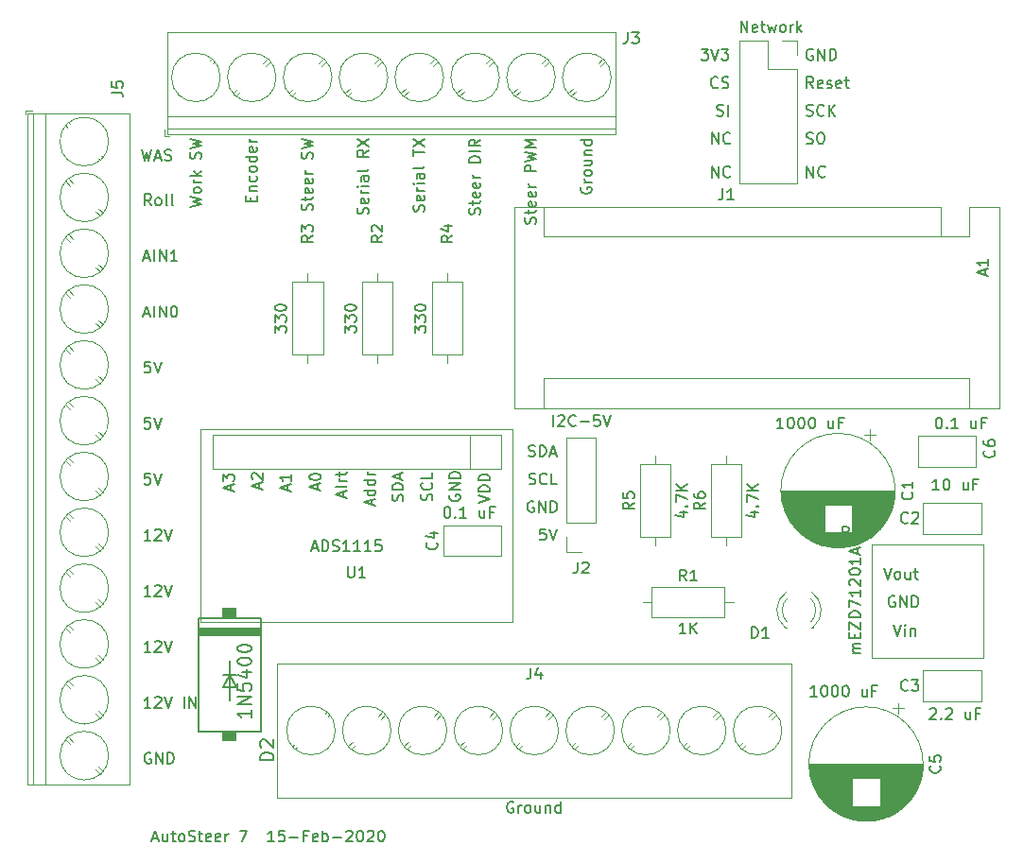
<source format=gbr>
G04 #@! TF.GenerationSoftware,KiCad,Pcbnew,(5.1.2)-2*
G04 #@! TF.CreationDate,2020-02-16T13:47:15-06:00*
G04 #@! TF.ProjectId,AutoSteer7,4175746f-5374-4656-9572-372e6b696361,rev?*
G04 #@! TF.SameCoordinates,Original*
G04 #@! TF.FileFunction,Legend,Top*
G04 #@! TF.FilePolarity,Positive*
%FSLAX46Y46*%
G04 Gerber Fmt 4.6, Leading zero omitted, Abs format (unit mm)*
G04 Created by KiCad (PCBNEW (5.1.2)-2) date 2020-02-16 13:47:15*
%MOMM*%
%LPD*%
G04 APERTURE LIST*
%ADD10C,0.150000*%
%ADD11C,0.120000*%
%ADD12C,0.152400*%
%ADD13C,0.100000*%
%ADD14C,0.127000*%
G04 APERTURE END LIST*
D10*
X130000000Y-73357142D02*
X129952380Y-73452380D01*
X129952380Y-73595238D01*
X130000000Y-73738095D01*
X130095238Y-73833333D01*
X130190476Y-73880952D01*
X130380952Y-73928571D01*
X130523809Y-73928571D01*
X130714285Y-73880952D01*
X130809523Y-73833333D01*
X130904761Y-73738095D01*
X130952380Y-73595238D01*
X130952380Y-73500000D01*
X130904761Y-73357142D01*
X130857142Y-73309523D01*
X130523809Y-73309523D01*
X130523809Y-73500000D01*
X130952380Y-72880952D02*
X130285714Y-72880952D01*
X130476190Y-72880952D02*
X130380952Y-72833333D01*
X130333333Y-72785714D01*
X130285714Y-72690476D01*
X130285714Y-72595238D01*
X130952380Y-72119047D02*
X130904761Y-72214285D01*
X130857142Y-72261904D01*
X130761904Y-72309523D01*
X130476190Y-72309523D01*
X130380952Y-72261904D01*
X130333333Y-72214285D01*
X130285714Y-72119047D01*
X130285714Y-71976190D01*
X130333333Y-71880952D01*
X130380952Y-71833333D01*
X130476190Y-71785714D01*
X130761904Y-71785714D01*
X130857142Y-71833333D01*
X130904761Y-71880952D01*
X130952380Y-71976190D01*
X130952380Y-72119047D01*
X130285714Y-70928571D02*
X130952380Y-70928571D01*
X130285714Y-71357142D02*
X130809523Y-71357142D01*
X130904761Y-71309523D01*
X130952380Y-71214285D01*
X130952380Y-71071428D01*
X130904761Y-70976190D01*
X130857142Y-70928571D01*
X130285714Y-70452380D02*
X130952380Y-70452380D01*
X130380952Y-70452380D02*
X130333333Y-70404761D01*
X130285714Y-70309523D01*
X130285714Y-70166666D01*
X130333333Y-70071428D01*
X130428571Y-70023809D01*
X130952380Y-70023809D01*
X130952380Y-69119047D02*
X129952380Y-69119047D01*
X130904761Y-69119047D02*
X130952380Y-69214285D01*
X130952380Y-69404761D01*
X130904761Y-69500000D01*
X130857142Y-69547619D01*
X130761904Y-69595238D01*
X130476190Y-69595238D01*
X130380952Y-69547619D01*
X130333333Y-69500000D01*
X130285714Y-69404761D01*
X130285714Y-69214285D01*
X130333333Y-69119047D01*
X150214285Y-72452380D02*
X150214285Y-71452380D01*
X150785714Y-72452380D01*
X150785714Y-71452380D01*
X151833333Y-72357142D02*
X151785714Y-72404761D01*
X151642857Y-72452380D01*
X151547619Y-72452380D01*
X151404761Y-72404761D01*
X151309523Y-72309523D01*
X151261904Y-72214285D01*
X151214285Y-72023809D01*
X151214285Y-71880952D01*
X151261904Y-71690476D01*
X151309523Y-71595238D01*
X151404761Y-71500000D01*
X151547619Y-71452380D01*
X151642857Y-71452380D01*
X151785714Y-71500000D01*
X151833333Y-71547619D01*
X141714285Y-72452380D02*
X141714285Y-71452380D01*
X142285714Y-72452380D01*
X142285714Y-71452380D01*
X143333333Y-72357142D02*
X143285714Y-72404761D01*
X143142857Y-72452380D01*
X143047619Y-72452380D01*
X142904761Y-72404761D01*
X142809523Y-72309523D01*
X142761904Y-72214285D01*
X142714285Y-72023809D01*
X142714285Y-71880952D01*
X142761904Y-71690476D01*
X142809523Y-71595238D01*
X142904761Y-71500000D01*
X143047619Y-71452380D01*
X143142857Y-71452380D01*
X143285714Y-71500000D01*
X143333333Y-71547619D01*
X141714285Y-69452380D02*
X141714285Y-68452380D01*
X142285714Y-69452380D01*
X142285714Y-68452380D01*
X143333333Y-69357142D02*
X143285714Y-69404761D01*
X143142857Y-69452380D01*
X143047619Y-69452380D01*
X142904761Y-69404761D01*
X142809523Y-69309523D01*
X142761904Y-69214285D01*
X142714285Y-69023809D01*
X142714285Y-68880952D01*
X142761904Y-68690476D01*
X142809523Y-68595238D01*
X142904761Y-68500000D01*
X143047619Y-68452380D01*
X143142857Y-68452380D01*
X143285714Y-68500000D01*
X143333333Y-68547619D01*
X142142857Y-66904761D02*
X142285714Y-66952380D01*
X142523809Y-66952380D01*
X142619047Y-66904761D01*
X142666667Y-66857142D01*
X142714286Y-66761904D01*
X142714286Y-66666666D01*
X142666667Y-66571428D01*
X142619047Y-66523809D01*
X142523809Y-66476190D01*
X142333333Y-66428571D01*
X142238095Y-66380952D01*
X142190476Y-66333333D01*
X142142857Y-66238095D01*
X142142857Y-66142857D01*
X142190476Y-66047619D01*
X142238095Y-66000000D01*
X142333333Y-65952380D01*
X142571428Y-65952380D01*
X142714286Y-66000000D01*
X143142857Y-66952380D02*
X143142857Y-65952380D01*
X150166667Y-69404761D02*
X150309524Y-69452380D01*
X150547619Y-69452380D01*
X150642857Y-69404761D01*
X150690476Y-69357142D01*
X150738095Y-69261904D01*
X150738095Y-69166666D01*
X150690476Y-69071428D01*
X150642857Y-69023809D01*
X150547619Y-68976190D01*
X150357143Y-68928571D01*
X150261905Y-68880952D01*
X150214286Y-68833333D01*
X150166667Y-68738095D01*
X150166667Y-68642857D01*
X150214286Y-68547619D01*
X150261905Y-68500000D01*
X150357143Y-68452380D01*
X150595238Y-68452380D01*
X150738095Y-68500000D01*
X151357143Y-68452380D02*
X151547619Y-68452380D01*
X151642857Y-68500000D01*
X151738095Y-68595238D01*
X151785714Y-68785714D01*
X151785714Y-69119047D01*
X151738095Y-69309523D01*
X151642857Y-69404761D01*
X151547619Y-69452380D01*
X151357143Y-69452380D01*
X151261905Y-69404761D01*
X151166667Y-69309523D01*
X151119048Y-69119047D01*
X151119048Y-68785714D01*
X151166667Y-68595238D01*
X151261905Y-68500000D01*
X151357143Y-68452380D01*
X142238095Y-64357142D02*
X142190476Y-64404761D01*
X142047619Y-64452380D01*
X141952381Y-64452380D01*
X141809523Y-64404761D01*
X141714285Y-64309523D01*
X141666666Y-64214285D01*
X141619047Y-64023809D01*
X141619047Y-63880952D01*
X141666666Y-63690476D01*
X141714285Y-63595238D01*
X141809523Y-63500000D01*
X141952381Y-63452380D01*
X142047619Y-63452380D01*
X142190476Y-63500000D01*
X142238095Y-63547619D01*
X142619047Y-64404761D02*
X142761904Y-64452380D01*
X143000000Y-64452380D01*
X143095238Y-64404761D01*
X143142857Y-64357142D01*
X143190476Y-64261904D01*
X143190476Y-64166666D01*
X143142857Y-64071428D01*
X143095238Y-64023809D01*
X143000000Y-63976190D01*
X142809523Y-63928571D01*
X142714285Y-63880952D01*
X142666666Y-63833333D01*
X142619047Y-63738095D01*
X142619047Y-63642857D01*
X142666666Y-63547619D01*
X142714285Y-63500000D01*
X142809523Y-63452380D01*
X143047619Y-63452380D01*
X143190476Y-63500000D01*
X150738095Y-61000000D02*
X150642857Y-60952380D01*
X150500000Y-60952380D01*
X150357142Y-61000000D01*
X150261904Y-61095238D01*
X150214285Y-61190476D01*
X150166666Y-61380952D01*
X150166666Y-61523809D01*
X150214285Y-61714285D01*
X150261904Y-61809523D01*
X150357142Y-61904761D01*
X150500000Y-61952380D01*
X150595238Y-61952380D01*
X150738095Y-61904761D01*
X150785714Y-61857142D01*
X150785714Y-61523809D01*
X150595238Y-61523809D01*
X151214285Y-61952380D02*
X151214285Y-60952380D01*
X151785714Y-61952380D01*
X151785714Y-60952380D01*
X152261904Y-61952380D02*
X152261904Y-60952380D01*
X152500000Y-60952380D01*
X152642857Y-61000000D01*
X152738095Y-61095238D01*
X152785714Y-61190476D01*
X152833333Y-61380952D01*
X152833333Y-61523809D01*
X152785714Y-61714285D01*
X152738095Y-61809523D01*
X152642857Y-61904761D01*
X152500000Y-61952380D01*
X152261904Y-61952380D01*
X140761904Y-60952380D02*
X141380952Y-60952380D01*
X141047619Y-61333333D01*
X141190476Y-61333333D01*
X141285714Y-61380952D01*
X141333333Y-61428571D01*
X141380952Y-61523809D01*
X141380952Y-61761904D01*
X141333333Y-61857142D01*
X141285714Y-61904761D01*
X141190476Y-61952380D01*
X140904761Y-61952380D01*
X140809523Y-61904761D01*
X140761904Y-61857142D01*
X141666666Y-60952380D02*
X142000000Y-61952380D01*
X142333333Y-60952380D01*
X142571428Y-60952380D02*
X143190476Y-60952380D01*
X142857142Y-61333333D01*
X143000000Y-61333333D01*
X143095238Y-61380952D01*
X143142857Y-61428571D01*
X143190476Y-61523809D01*
X143190476Y-61761904D01*
X143142857Y-61857142D01*
X143095238Y-61904761D01*
X143000000Y-61952380D01*
X142714285Y-61952380D01*
X142619047Y-61904761D01*
X142571428Y-61857142D01*
X150166666Y-66904761D02*
X150309523Y-66952380D01*
X150547619Y-66952380D01*
X150642857Y-66904761D01*
X150690476Y-66857142D01*
X150738095Y-66761904D01*
X150738095Y-66666666D01*
X150690476Y-66571428D01*
X150642857Y-66523809D01*
X150547619Y-66476190D01*
X150357142Y-66428571D01*
X150261904Y-66380952D01*
X150214285Y-66333333D01*
X150166666Y-66238095D01*
X150166666Y-66142857D01*
X150214285Y-66047619D01*
X150261904Y-66000000D01*
X150357142Y-65952380D01*
X150595238Y-65952380D01*
X150738095Y-66000000D01*
X151738095Y-66857142D02*
X151690476Y-66904761D01*
X151547619Y-66952380D01*
X151452381Y-66952380D01*
X151309523Y-66904761D01*
X151214285Y-66809523D01*
X151166666Y-66714285D01*
X151119047Y-66523809D01*
X151119047Y-66380952D01*
X151166666Y-66190476D01*
X151214285Y-66095238D01*
X151309523Y-66000000D01*
X151452381Y-65952380D01*
X151547619Y-65952380D01*
X151690476Y-66000000D01*
X151738095Y-66047619D01*
X152166666Y-66952380D02*
X152166666Y-65952380D01*
X152738095Y-66952380D02*
X152309523Y-66380952D01*
X152738095Y-65952380D02*
X152166666Y-66523809D01*
X150785714Y-64452380D02*
X150452381Y-63976190D01*
X150214286Y-64452380D02*
X150214286Y-63452380D01*
X150595238Y-63452380D01*
X150690476Y-63500000D01*
X150738095Y-63547619D01*
X150785714Y-63642857D01*
X150785714Y-63785714D01*
X150738095Y-63880952D01*
X150690476Y-63928571D01*
X150595238Y-63976190D01*
X150214286Y-63976190D01*
X151595238Y-64404761D02*
X151500000Y-64452380D01*
X151309524Y-64452380D01*
X151214286Y-64404761D01*
X151166667Y-64309523D01*
X151166667Y-63928571D01*
X151214286Y-63833333D01*
X151309524Y-63785714D01*
X151500000Y-63785714D01*
X151595238Y-63833333D01*
X151642857Y-63928571D01*
X151642857Y-64023809D01*
X151166667Y-64119047D01*
X152023810Y-64404761D02*
X152119048Y-64452380D01*
X152309524Y-64452380D01*
X152404762Y-64404761D01*
X152452381Y-64309523D01*
X152452381Y-64261904D01*
X152404762Y-64166666D01*
X152309524Y-64119047D01*
X152166667Y-64119047D01*
X152071429Y-64071428D01*
X152023810Y-63976190D01*
X152023810Y-63928571D01*
X152071429Y-63833333D01*
X152166667Y-63785714D01*
X152309524Y-63785714D01*
X152404762Y-63833333D01*
X153261905Y-64404761D02*
X153166667Y-64452380D01*
X152976190Y-64452380D01*
X152880952Y-64404761D01*
X152833333Y-64309523D01*
X152833333Y-63928571D01*
X152880952Y-63833333D01*
X152976190Y-63785714D01*
X153166667Y-63785714D01*
X153261905Y-63833333D01*
X153309524Y-63928571D01*
X153309524Y-64023809D01*
X152833333Y-64119047D01*
X153595238Y-63785714D02*
X153976190Y-63785714D01*
X153738095Y-63452380D02*
X153738095Y-64309523D01*
X153785714Y-64404761D01*
X153880952Y-64452380D01*
X153976190Y-64452380D01*
X91440095Y-119981470D02*
X90868666Y-119981470D01*
X91154380Y-119981470D02*
X91154380Y-118981470D01*
X91059142Y-119124328D01*
X90963904Y-119219566D01*
X90868666Y-119267185D01*
X91821047Y-119076709D02*
X91868666Y-119029090D01*
X91963904Y-118981470D01*
X92202000Y-118981470D01*
X92297238Y-119029090D01*
X92344857Y-119076709D01*
X92392476Y-119171947D01*
X92392476Y-119267185D01*
X92344857Y-119410042D01*
X91773428Y-119981470D01*
X92392476Y-119981470D01*
X92678190Y-118981470D02*
X93011523Y-119981470D01*
X93344857Y-118981470D01*
X94440095Y-119981470D02*
X94440095Y-118981470D01*
X94916285Y-119981470D02*
X94916285Y-118981470D01*
X95487714Y-119981470D01*
X95487714Y-118981470D01*
X91392476Y-93966925D02*
X90916286Y-93966925D01*
X90868667Y-94443116D01*
X90916286Y-94395497D01*
X91011524Y-94347878D01*
X91249619Y-94347878D01*
X91344857Y-94395497D01*
X91392476Y-94443116D01*
X91440095Y-94538354D01*
X91440095Y-94776449D01*
X91392476Y-94871687D01*
X91344857Y-94919306D01*
X91249619Y-94966925D01*
X91011524Y-94966925D01*
X90916286Y-94919306D01*
X90868667Y-94871687D01*
X91725810Y-93966925D02*
X92059143Y-94966925D01*
X92392476Y-93966925D01*
X91440095Y-104972743D02*
X90868666Y-104972743D01*
X91154381Y-104972743D02*
X91154381Y-103972743D01*
X91059143Y-104115601D01*
X90963904Y-104210839D01*
X90868666Y-104258458D01*
X91821047Y-104067982D02*
X91868666Y-104020363D01*
X91963904Y-103972743D01*
X92202000Y-103972743D01*
X92297238Y-104020363D01*
X92344857Y-104067982D01*
X92392476Y-104163220D01*
X92392476Y-104258458D01*
X92344857Y-104401315D01*
X91773428Y-104972743D01*
X92392476Y-104972743D01*
X92678190Y-103972743D02*
X93011523Y-104972743D01*
X93344857Y-103972743D01*
X91392476Y-98969834D02*
X90916286Y-98969834D01*
X90868667Y-99446025D01*
X90916286Y-99398406D01*
X91011524Y-99350787D01*
X91249619Y-99350787D01*
X91344857Y-99398406D01*
X91392476Y-99446025D01*
X91440095Y-99541263D01*
X91440095Y-99779358D01*
X91392476Y-99874596D01*
X91344857Y-99922215D01*
X91249619Y-99969834D01*
X91011524Y-99969834D01*
X90916286Y-99922215D01*
X90868667Y-99874596D01*
X91725810Y-98969834D02*
X92059143Y-99969834D01*
X92392476Y-98969834D01*
X90666666Y-69952380D02*
X90904761Y-70952380D01*
X91095238Y-70238095D01*
X91285714Y-70952380D01*
X91523809Y-69952380D01*
X91857142Y-70666666D02*
X92333333Y-70666666D01*
X91761904Y-70952380D02*
X92095238Y-69952380D01*
X92428571Y-70952380D01*
X92714285Y-70904761D02*
X92857142Y-70952380D01*
X93095238Y-70952380D01*
X93190476Y-70904761D01*
X93238095Y-70857142D01*
X93285714Y-70761904D01*
X93285714Y-70666666D01*
X93238095Y-70571428D01*
X93190476Y-70523809D01*
X93095238Y-70476190D01*
X92904761Y-70428571D01*
X92809523Y-70380952D01*
X92761904Y-70333333D01*
X92714285Y-70238095D01*
X92714285Y-70142857D01*
X92761904Y-70047619D01*
X92809523Y-70000000D01*
X92904761Y-69952380D01*
X93142857Y-69952380D01*
X93285714Y-70000000D01*
X105904761Y-75404761D02*
X105952380Y-75261904D01*
X105952380Y-75023809D01*
X105904761Y-74928571D01*
X105857142Y-74880952D01*
X105761904Y-74833333D01*
X105666666Y-74833333D01*
X105571428Y-74880952D01*
X105523809Y-74928571D01*
X105476190Y-75023809D01*
X105428571Y-75214285D01*
X105380952Y-75309523D01*
X105333333Y-75357142D01*
X105238095Y-75404761D01*
X105142857Y-75404761D01*
X105047619Y-75357142D01*
X105000000Y-75309523D01*
X104952380Y-75214285D01*
X104952380Y-74976190D01*
X105000000Y-74833333D01*
X105285714Y-74547618D02*
X105285714Y-74166666D01*
X104952380Y-74404761D02*
X105809523Y-74404761D01*
X105904761Y-74357142D01*
X105952380Y-74261904D01*
X105952380Y-74166666D01*
X105904761Y-73452380D02*
X105952380Y-73547618D01*
X105952380Y-73738095D01*
X105904761Y-73833333D01*
X105809523Y-73880952D01*
X105428571Y-73880952D01*
X105333333Y-73833333D01*
X105285714Y-73738095D01*
X105285714Y-73547618D01*
X105333333Y-73452380D01*
X105428571Y-73404761D01*
X105523809Y-73404761D01*
X105619047Y-73880952D01*
X105904761Y-72595237D02*
X105952380Y-72690475D01*
X105952380Y-72880952D01*
X105904761Y-72976190D01*
X105809523Y-73023809D01*
X105428571Y-73023809D01*
X105333333Y-72976190D01*
X105285714Y-72880952D01*
X105285714Y-72690475D01*
X105333333Y-72595237D01*
X105428571Y-72547618D01*
X105523809Y-72547618D01*
X105619047Y-73023809D01*
X105952380Y-72119047D02*
X105285714Y-72119047D01*
X105476190Y-72119047D02*
X105380952Y-72071428D01*
X105333333Y-72023809D01*
X105285714Y-71928571D01*
X105285714Y-71833333D01*
X105904761Y-70785714D02*
X105952380Y-70642856D01*
X105952380Y-70404761D01*
X105904761Y-70309523D01*
X105857142Y-70261904D01*
X105761904Y-70214285D01*
X105666666Y-70214285D01*
X105571428Y-70261904D01*
X105523809Y-70309523D01*
X105476190Y-70404761D01*
X105428571Y-70595237D01*
X105380952Y-70690475D01*
X105333333Y-70738095D01*
X105238095Y-70785714D01*
X105142857Y-70785714D01*
X105047619Y-70738095D01*
X105000000Y-70690475D01*
X104952380Y-70595237D01*
X104952380Y-70357142D01*
X105000000Y-70214285D01*
X104952380Y-69880952D02*
X105952380Y-69642856D01*
X105238095Y-69452380D01*
X105952380Y-69261904D01*
X104952380Y-69023809D01*
X94952380Y-75071428D02*
X95952380Y-74833333D01*
X95238095Y-74642857D01*
X95952380Y-74452380D01*
X94952380Y-74214285D01*
X95952380Y-73690476D02*
X95904761Y-73785714D01*
X95857142Y-73833333D01*
X95761904Y-73880952D01*
X95476190Y-73880952D01*
X95380952Y-73833333D01*
X95333333Y-73785714D01*
X95285714Y-73690476D01*
X95285714Y-73547619D01*
X95333333Y-73452380D01*
X95380952Y-73404761D01*
X95476190Y-73357142D01*
X95761904Y-73357142D01*
X95857142Y-73404761D01*
X95904761Y-73452380D01*
X95952380Y-73547619D01*
X95952380Y-73690476D01*
X95952380Y-72928571D02*
X95285714Y-72928571D01*
X95476190Y-72928571D02*
X95380952Y-72880952D01*
X95333333Y-72833333D01*
X95285714Y-72738095D01*
X95285714Y-72642857D01*
X95952380Y-72309523D02*
X94952380Y-72309523D01*
X95571428Y-72214285D02*
X95952380Y-71928571D01*
X95285714Y-71928571D02*
X95666666Y-72309523D01*
X95904761Y-70785714D02*
X95952380Y-70642857D01*
X95952380Y-70404761D01*
X95904761Y-70309523D01*
X95857142Y-70261904D01*
X95761904Y-70214285D01*
X95666666Y-70214285D01*
X95571428Y-70261904D01*
X95523809Y-70309523D01*
X95476190Y-70404761D01*
X95428571Y-70595238D01*
X95380952Y-70690476D01*
X95333333Y-70738095D01*
X95238095Y-70785714D01*
X95142857Y-70785714D01*
X95047619Y-70738095D01*
X95000000Y-70690476D01*
X94952380Y-70595238D01*
X94952380Y-70357142D01*
X95000000Y-70214285D01*
X94952380Y-69880952D02*
X95952380Y-69642857D01*
X95238095Y-69452380D01*
X95952380Y-69261904D01*
X94952380Y-69023809D01*
X115904761Y-75499999D02*
X115952380Y-75357142D01*
X115952380Y-75119047D01*
X115904761Y-75023809D01*
X115857142Y-74976190D01*
X115761904Y-74928571D01*
X115666666Y-74928571D01*
X115571428Y-74976190D01*
X115523809Y-75023809D01*
X115476190Y-75119047D01*
X115428571Y-75309523D01*
X115380952Y-75404761D01*
X115333333Y-75452380D01*
X115238095Y-75499999D01*
X115142857Y-75499999D01*
X115047619Y-75452380D01*
X115000000Y-75404761D01*
X114952380Y-75309523D01*
X114952380Y-75071428D01*
X115000000Y-74928571D01*
X115904761Y-74119047D02*
X115952380Y-74214285D01*
X115952380Y-74404761D01*
X115904761Y-74499999D01*
X115809523Y-74547618D01*
X115428571Y-74547618D01*
X115333333Y-74499999D01*
X115285714Y-74404761D01*
X115285714Y-74214285D01*
X115333333Y-74119047D01*
X115428571Y-74071428D01*
X115523809Y-74071428D01*
X115619047Y-74547618D01*
X115952380Y-73642856D02*
X115285714Y-73642856D01*
X115476190Y-73642856D02*
X115380952Y-73595237D01*
X115333333Y-73547618D01*
X115285714Y-73452380D01*
X115285714Y-73357142D01*
X115952380Y-73023809D02*
X115285714Y-73023809D01*
X114952380Y-73023809D02*
X115000000Y-73071428D01*
X115047619Y-73023809D01*
X115000000Y-72976190D01*
X114952380Y-73023809D01*
X115047619Y-73023809D01*
X115952380Y-72119047D02*
X115428571Y-72119047D01*
X115333333Y-72166666D01*
X115285714Y-72261904D01*
X115285714Y-72452380D01*
X115333333Y-72547618D01*
X115904761Y-72119047D02*
X115952380Y-72214285D01*
X115952380Y-72452380D01*
X115904761Y-72547618D01*
X115809523Y-72595237D01*
X115714285Y-72595237D01*
X115619047Y-72547618D01*
X115571428Y-72452380D01*
X115571428Y-72214285D01*
X115523809Y-72119047D01*
X115952380Y-71499999D02*
X115904761Y-71595237D01*
X115809523Y-71642856D01*
X114952380Y-71642856D01*
X114952380Y-70499999D02*
X114952380Y-69928571D01*
X115952380Y-70214285D02*
X114952380Y-70214285D01*
X114952380Y-69690475D02*
X115952380Y-69023809D01*
X114952380Y-69023809D02*
X115952380Y-69690475D01*
X110904761Y-75738095D02*
X110952380Y-75595238D01*
X110952380Y-75357142D01*
X110904761Y-75261904D01*
X110857142Y-75214285D01*
X110761904Y-75166666D01*
X110666666Y-75166666D01*
X110571428Y-75214285D01*
X110523809Y-75261904D01*
X110476190Y-75357142D01*
X110428571Y-75547619D01*
X110380952Y-75642857D01*
X110333333Y-75690476D01*
X110238095Y-75738095D01*
X110142857Y-75738095D01*
X110047619Y-75690476D01*
X110000000Y-75642857D01*
X109952380Y-75547619D01*
X109952380Y-75309523D01*
X110000000Y-75166666D01*
X110904761Y-74357142D02*
X110952380Y-74452381D01*
X110952380Y-74642857D01*
X110904761Y-74738095D01*
X110809523Y-74785714D01*
X110428571Y-74785714D01*
X110333333Y-74738095D01*
X110285714Y-74642857D01*
X110285714Y-74452381D01*
X110333333Y-74357142D01*
X110428571Y-74309523D01*
X110523809Y-74309523D01*
X110619047Y-74785714D01*
X110952380Y-73880952D02*
X110285714Y-73880952D01*
X110476190Y-73880952D02*
X110380952Y-73833333D01*
X110333333Y-73785714D01*
X110285714Y-73690476D01*
X110285714Y-73595238D01*
X110952380Y-73261904D02*
X110285714Y-73261904D01*
X109952380Y-73261904D02*
X110000000Y-73309523D01*
X110047619Y-73261904D01*
X110000000Y-73214285D01*
X109952380Y-73261904D01*
X110047619Y-73261904D01*
X110952380Y-72357142D02*
X110428571Y-72357142D01*
X110333333Y-72404762D01*
X110285714Y-72500000D01*
X110285714Y-72690476D01*
X110333333Y-72785714D01*
X110904761Y-72357142D02*
X110952380Y-72452381D01*
X110952380Y-72690476D01*
X110904761Y-72785714D01*
X110809523Y-72833333D01*
X110714285Y-72833333D01*
X110619047Y-72785714D01*
X110571428Y-72690476D01*
X110571428Y-72452381D01*
X110523809Y-72357142D01*
X110952380Y-71738095D02*
X110904761Y-71833333D01*
X110809523Y-71880952D01*
X109952380Y-71880952D01*
X110952380Y-70023809D02*
X110476190Y-70357142D01*
X110952380Y-70595238D02*
X109952380Y-70595238D01*
X109952380Y-70214285D01*
X110000000Y-70119047D01*
X110047619Y-70071428D01*
X110142857Y-70023809D01*
X110285714Y-70023809D01*
X110380952Y-70071428D01*
X110428571Y-70119047D01*
X110476190Y-70214285D01*
X110476190Y-70595238D01*
X109952380Y-69690476D02*
X110952380Y-69023809D01*
X109952380Y-69023809D02*
X110952380Y-69690476D01*
X91392476Y-88964016D02*
X90916286Y-88964016D01*
X90868667Y-89440207D01*
X90916286Y-89392588D01*
X91011524Y-89344969D01*
X91249619Y-89344969D01*
X91344857Y-89392588D01*
X91392476Y-89440207D01*
X91440095Y-89535445D01*
X91440095Y-89773540D01*
X91392476Y-89868778D01*
X91344857Y-89916397D01*
X91249619Y-89964016D01*
X91011524Y-89964016D01*
X90916286Y-89916397D01*
X90868667Y-89868778D01*
X91725810Y-88964016D02*
X92059143Y-89964016D01*
X92392476Y-88964016D01*
X100428571Y-74595238D02*
X100428571Y-74261904D01*
X100952380Y-74119047D02*
X100952380Y-74595238D01*
X99952380Y-74595238D01*
X99952380Y-74119047D01*
X100285714Y-73690476D02*
X100952380Y-73690476D01*
X100380952Y-73690476D02*
X100333333Y-73642857D01*
X100285714Y-73547619D01*
X100285714Y-73404762D01*
X100333333Y-73309523D01*
X100428571Y-73261904D01*
X100952380Y-73261904D01*
X100904761Y-72357143D02*
X100952380Y-72452381D01*
X100952380Y-72642857D01*
X100904761Y-72738095D01*
X100857142Y-72785714D01*
X100761904Y-72833333D01*
X100476190Y-72833333D01*
X100380952Y-72785714D01*
X100333333Y-72738095D01*
X100285714Y-72642857D01*
X100285714Y-72452381D01*
X100333333Y-72357143D01*
X100952380Y-71785714D02*
X100904761Y-71880952D01*
X100857142Y-71928571D01*
X100761904Y-71976190D01*
X100476190Y-71976190D01*
X100380952Y-71928571D01*
X100333333Y-71880952D01*
X100285714Y-71785714D01*
X100285714Y-71642857D01*
X100333333Y-71547619D01*
X100380952Y-71500000D01*
X100476190Y-71452381D01*
X100761904Y-71452381D01*
X100857142Y-71500000D01*
X100904761Y-71547619D01*
X100952380Y-71642857D01*
X100952380Y-71785714D01*
X100952380Y-70595238D02*
X99952380Y-70595238D01*
X100904761Y-70595238D02*
X100952380Y-70690476D01*
X100952380Y-70880952D01*
X100904761Y-70976190D01*
X100857142Y-71023809D01*
X100761904Y-71071428D01*
X100476190Y-71071428D01*
X100380952Y-71023809D01*
X100333333Y-70976190D01*
X100285714Y-70880952D01*
X100285714Y-70690476D01*
X100333333Y-70595238D01*
X100904761Y-69738095D02*
X100952380Y-69833333D01*
X100952380Y-70023809D01*
X100904761Y-70119047D01*
X100809523Y-70166666D01*
X100428571Y-70166666D01*
X100333333Y-70119047D01*
X100285714Y-70023809D01*
X100285714Y-69833333D01*
X100333333Y-69738095D01*
X100428571Y-69690476D01*
X100523809Y-69690476D01*
X100619047Y-70166666D01*
X100952380Y-69261904D02*
X100285714Y-69261904D01*
X100476190Y-69261904D02*
X100380952Y-69214285D01*
X100333333Y-69166666D01*
X100285714Y-69071428D01*
X100285714Y-68976190D01*
X126809523Y-103952380D02*
X126333333Y-103952380D01*
X126285714Y-104428571D01*
X126333333Y-104380952D01*
X126428571Y-104333333D01*
X126666666Y-104333333D01*
X126761904Y-104380952D01*
X126809523Y-104428571D01*
X126857142Y-104523809D01*
X126857142Y-104761904D01*
X126809523Y-104857142D01*
X126761904Y-104904761D01*
X126666666Y-104952380D01*
X126428571Y-104952380D01*
X126333333Y-104904761D01*
X126285714Y-104857142D01*
X127142857Y-103952380D02*
X127476190Y-104952380D01*
X127809523Y-103952380D01*
X125738095Y-101500000D02*
X125642857Y-101452380D01*
X125500000Y-101452380D01*
X125357142Y-101500000D01*
X125261904Y-101595238D01*
X125214285Y-101690476D01*
X125166666Y-101880952D01*
X125166666Y-102023809D01*
X125214285Y-102214285D01*
X125261904Y-102309523D01*
X125357142Y-102404761D01*
X125500000Y-102452380D01*
X125595238Y-102452380D01*
X125738095Y-102404761D01*
X125785714Y-102357142D01*
X125785714Y-102023809D01*
X125595238Y-102023809D01*
X126214285Y-102452380D02*
X126214285Y-101452380D01*
X126785714Y-102452380D01*
X126785714Y-101452380D01*
X127261904Y-102452380D02*
X127261904Y-101452380D01*
X127500000Y-101452380D01*
X127642857Y-101500000D01*
X127738095Y-101595238D01*
X127785714Y-101690476D01*
X127833333Y-101880952D01*
X127833333Y-102023809D01*
X127785714Y-102214285D01*
X127738095Y-102309523D01*
X127642857Y-102404761D01*
X127500000Y-102452380D01*
X127261904Y-102452380D01*
X125333332Y-99904761D02*
X125476189Y-99952380D01*
X125714285Y-99952380D01*
X125809523Y-99904761D01*
X125857142Y-99857142D01*
X125904761Y-99761904D01*
X125904761Y-99666666D01*
X125857142Y-99571428D01*
X125809523Y-99523809D01*
X125714285Y-99476190D01*
X125523809Y-99428571D01*
X125428570Y-99380952D01*
X125380951Y-99333333D01*
X125333332Y-99238095D01*
X125333332Y-99142857D01*
X125380951Y-99047619D01*
X125428570Y-99000000D01*
X125523809Y-98952380D01*
X125761904Y-98952380D01*
X125904761Y-99000000D01*
X126904761Y-99857142D02*
X126857142Y-99904761D01*
X126714285Y-99952380D01*
X126619047Y-99952380D01*
X126476189Y-99904761D01*
X126380951Y-99809523D01*
X126333332Y-99714285D01*
X126285713Y-99523809D01*
X126285713Y-99380952D01*
X126333332Y-99190476D01*
X126380951Y-99095238D01*
X126476189Y-99000000D01*
X126619047Y-98952380D01*
X126714285Y-98952380D01*
X126857142Y-99000000D01*
X126904761Y-99047619D01*
X127809523Y-99952380D02*
X127333332Y-99952380D01*
X127333332Y-98952380D01*
X125285714Y-97404761D02*
X125428571Y-97452380D01*
X125666666Y-97452380D01*
X125761904Y-97404761D01*
X125809523Y-97357142D01*
X125857142Y-97261904D01*
X125857142Y-97166666D01*
X125809523Y-97071428D01*
X125761904Y-97023809D01*
X125666666Y-96976190D01*
X125476190Y-96928571D01*
X125380952Y-96880952D01*
X125333333Y-96833333D01*
X125285714Y-96738095D01*
X125285714Y-96642857D01*
X125333333Y-96547619D01*
X125380952Y-96500000D01*
X125476190Y-96452380D01*
X125714285Y-96452380D01*
X125857142Y-96500000D01*
X126285714Y-97452380D02*
X126285714Y-96452380D01*
X126523809Y-96452380D01*
X126666666Y-96500000D01*
X126761904Y-96595238D01*
X126809523Y-96690476D01*
X126857142Y-96880952D01*
X126857142Y-97023809D01*
X126809523Y-97214285D01*
X126761904Y-97309523D01*
X126666666Y-97404761D01*
X126523809Y-97452380D01*
X126285714Y-97452380D01*
X127238095Y-97166666D02*
X127714285Y-97166666D01*
X127142857Y-97452380D02*
X127476190Y-96452380D01*
X127809523Y-97452380D01*
X91440095Y-124032000D02*
X91344857Y-123984380D01*
X91202000Y-123984380D01*
X91059142Y-124032000D01*
X90963904Y-124127238D01*
X90916285Y-124222476D01*
X90868666Y-124412952D01*
X90868666Y-124555809D01*
X90916285Y-124746285D01*
X90963904Y-124841523D01*
X91059142Y-124936761D01*
X91202000Y-124984380D01*
X91297238Y-124984380D01*
X91440095Y-124936761D01*
X91487714Y-124889142D01*
X91487714Y-124555809D01*
X91297238Y-124555809D01*
X91916285Y-124984380D02*
X91916285Y-123984380D01*
X92487714Y-124984380D01*
X92487714Y-123984380D01*
X92963904Y-124984380D02*
X92963904Y-123984380D01*
X93202000Y-123984380D01*
X93344857Y-124032000D01*
X93440095Y-124127238D01*
X93487714Y-124222476D01*
X93535333Y-124412952D01*
X93535333Y-124555809D01*
X93487714Y-124746285D01*
X93440095Y-124841523D01*
X93344857Y-124936761D01*
X93202000Y-124984380D01*
X92963904Y-124984380D01*
X91440095Y-114978561D02*
X90868666Y-114978561D01*
X91154381Y-114978561D02*
X91154381Y-113978561D01*
X91059143Y-114121419D01*
X90963904Y-114216657D01*
X90868666Y-114264276D01*
X91821047Y-114073800D02*
X91868666Y-114026181D01*
X91963904Y-113978561D01*
X92202000Y-113978561D01*
X92297238Y-114026181D01*
X92344857Y-114073800D01*
X92392476Y-114169038D01*
X92392476Y-114264276D01*
X92344857Y-114407133D01*
X91773428Y-114978561D01*
X92392476Y-114978561D01*
X92678190Y-113978561D02*
X93011523Y-114978561D01*
X93344857Y-113978561D01*
X120904761Y-75785713D02*
X120952380Y-75642856D01*
X120952380Y-75404761D01*
X120904761Y-75309523D01*
X120857142Y-75261904D01*
X120761904Y-75214285D01*
X120666666Y-75214285D01*
X120571428Y-75261904D01*
X120523809Y-75309523D01*
X120476190Y-75404761D01*
X120428571Y-75595237D01*
X120380952Y-75690475D01*
X120333333Y-75738094D01*
X120238095Y-75785713D01*
X120142857Y-75785713D01*
X120047619Y-75738094D01*
X120000000Y-75690475D01*
X119952380Y-75595237D01*
X119952380Y-75357142D01*
X120000000Y-75214285D01*
X120285714Y-74928571D02*
X120285714Y-74547618D01*
X119952380Y-74785713D02*
X120809523Y-74785713D01*
X120904761Y-74738094D01*
X120952380Y-74642856D01*
X120952380Y-74547618D01*
X120904761Y-73833332D02*
X120952380Y-73928571D01*
X120952380Y-74119047D01*
X120904761Y-74214285D01*
X120809523Y-74261904D01*
X120428571Y-74261904D01*
X120333333Y-74214285D01*
X120285714Y-74119047D01*
X120285714Y-73928571D01*
X120333333Y-73833332D01*
X120428571Y-73785713D01*
X120523809Y-73785713D01*
X120619047Y-74261904D01*
X120904761Y-72976190D02*
X120952380Y-73071428D01*
X120952380Y-73261904D01*
X120904761Y-73357142D01*
X120809523Y-73404761D01*
X120428571Y-73404761D01*
X120333333Y-73357142D01*
X120285714Y-73261904D01*
X120285714Y-73071428D01*
X120333333Y-72976190D01*
X120428571Y-72928571D01*
X120523809Y-72928571D01*
X120619047Y-73404761D01*
X120952380Y-72499999D02*
X120285714Y-72499999D01*
X120476190Y-72499999D02*
X120380952Y-72452380D01*
X120333333Y-72404761D01*
X120285714Y-72309523D01*
X120285714Y-72214285D01*
X120952380Y-71119047D02*
X119952380Y-71119047D01*
X119952380Y-70880951D01*
X120000000Y-70738094D01*
X120095238Y-70642856D01*
X120190476Y-70595237D01*
X120380952Y-70547618D01*
X120523809Y-70547618D01*
X120714285Y-70595237D01*
X120809523Y-70642856D01*
X120904761Y-70738094D01*
X120952380Y-70880951D01*
X120952380Y-71119047D01*
X120952380Y-70119047D02*
X119952380Y-70119047D01*
X120952380Y-69071428D02*
X120476190Y-69404761D01*
X120952380Y-69642856D02*
X119952380Y-69642856D01*
X119952380Y-69261904D01*
X120000000Y-69166666D01*
X120047619Y-69119047D01*
X120142857Y-69071428D01*
X120285714Y-69071428D01*
X120380952Y-69119047D01*
X120428571Y-69166666D01*
X120476190Y-69261904D01*
X120476190Y-69642856D01*
X125904761Y-76595237D02*
X125952380Y-76452380D01*
X125952380Y-76214285D01*
X125904761Y-76119047D01*
X125857142Y-76071428D01*
X125761904Y-76023809D01*
X125666666Y-76023809D01*
X125571428Y-76071428D01*
X125523809Y-76119047D01*
X125476190Y-76214285D01*
X125428571Y-76404761D01*
X125380952Y-76499999D01*
X125333333Y-76547618D01*
X125238095Y-76595237D01*
X125142857Y-76595237D01*
X125047619Y-76547618D01*
X125000000Y-76499999D01*
X124952380Y-76404761D01*
X124952380Y-76166666D01*
X125000000Y-76023809D01*
X125285714Y-75738094D02*
X125285714Y-75357142D01*
X124952380Y-75595237D02*
X125809523Y-75595237D01*
X125904761Y-75547618D01*
X125952380Y-75452380D01*
X125952380Y-75357142D01*
X125904761Y-74642856D02*
X125952380Y-74738094D01*
X125952380Y-74928571D01*
X125904761Y-75023809D01*
X125809523Y-75071428D01*
X125428571Y-75071428D01*
X125333333Y-75023809D01*
X125285714Y-74928571D01*
X125285714Y-74738094D01*
X125333333Y-74642856D01*
X125428571Y-74595237D01*
X125523809Y-74595237D01*
X125619047Y-75071428D01*
X125904761Y-73785713D02*
X125952380Y-73880952D01*
X125952380Y-74071428D01*
X125904761Y-74166666D01*
X125809523Y-74214285D01*
X125428571Y-74214285D01*
X125333333Y-74166666D01*
X125285714Y-74071428D01*
X125285714Y-73880952D01*
X125333333Y-73785713D01*
X125428571Y-73738094D01*
X125523809Y-73738094D01*
X125619047Y-74214285D01*
X125952380Y-73309523D02*
X125285714Y-73309523D01*
X125476190Y-73309523D02*
X125380952Y-73261904D01*
X125333333Y-73214285D01*
X125285714Y-73119047D01*
X125285714Y-73023809D01*
X125952380Y-71928571D02*
X124952380Y-71928571D01*
X124952380Y-71547618D01*
X125000000Y-71452380D01*
X125047619Y-71404761D01*
X125142857Y-71357142D01*
X125285714Y-71357142D01*
X125380952Y-71404761D01*
X125428571Y-71452380D01*
X125476190Y-71547618D01*
X125476190Y-71928571D01*
X124952380Y-71023809D02*
X125952380Y-70785713D01*
X125238095Y-70595237D01*
X125952380Y-70404761D01*
X124952380Y-70166666D01*
X125952380Y-69785713D02*
X124952380Y-69785713D01*
X125666666Y-69452380D01*
X124952380Y-69119047D01*
X125952380Y-69119047D01*
X90868666Y-84675393D02*
X91344857Y-84675393D01*
X90773428Y-84961107D02*
X91106761Y-83961107D01*
X91440095Y-84961107D01*
X91773428Y-84961107D02*
X91773428Y-83961107D01*
X92249618Y-84961107D02*
X92249618Y-83961107D01*
X92821047Y-84961107D01*
X92821047Y-83961107D01*
X93487714Y-83961107D02*
X93582952Y-83961107D01*
X93678190Y-84008727D01*
X93725809Y-84056346D01*
X93773428Y-84151584D01*
X93821047Y-84342060D01*
X93821047Y-84580155D01*
X93773428Y-84770631D01*
X93725809Y-84865869D01*
X93678190Y-84913488D01*
X93582952Y-84961107D01*
X93487714Y-84961107D01*
X93392476Y-84913488D01*
X93344857Y-84865869D01*
X93297237Y-84770631D01*
X93249618Y-84580155D01*
X93249618Y-84342060D01*
X93297237Y-84151584D01*
X93344857Y-84056346D01*
X93392476Y-84008727D01*
X93487714Y-83961107D01*
X91487714Y-74955289D02*
X91154381Y-74479099D01*
X90916285Y-74955289D02*
X90916285Y-73955289D01*
X91297238Y-73955289D01*
X91392476Y-74002909D01*
X91440095Y-74050528D01*
X91487714Y-74145766D01*
X91487714Y-74288623D01*
X91440095Y-74383861D01*
X91392476Y-74431480D01*
X91297238Y-74479099D01*
X90916285Y-74479099D01*
X92059142Y-74955289D02*
X91963904Y-74907670D01*
X91916285Y-74860051D01*
X91868666Y-74764813D01*
X91868666Y-74479099D01*
X91916285Y-74383861D01*
X91963904Y-74336242D01*
X92059142Y-74288623D01*
X92202000Y-74288623D01*
X92297238Y-74336242D01*
X92344857Y-74383861D01*
X92392476Y-74479099D01*
X92392476Y-74764813D01*
X92344857Y-74860051D01*
X92297238Y-74907670D01*
X92202000Y-74955289D01*
X92059142Y-74955289D01*
X92963904Y-74955289D02*
X92868666Y-74907670D01*
X92821047Y-74812432D01*
X92821047Y-73955289D01*
X93487714Y-74955289D02*
X93392476Y-74907670D01*
X93344857Y-74812432D01*
X93344857Y-73955289D01*
X90868666Y-79672484D02*
X91344857Y-79672484D01*
X90773428Y-79958198D02*
X91106761Y-78958198D01*
X91440095Y-79958198D01*
X91773428Y-79958198D02*
X91773428Y-78958198D01*
X92249618Y-79958198D02*
X92249618Y-78958198D01*
X92821047Y-79958198D01*
X92821047Y-78958198D01*
X93821047Y-79958198D02*
X93249618Y-79958198D01*
X93535333Y-79958198D02*
X93535333Y-78958198D01*
X93440095Y-79101056D01*
X93344857Y-79196294D01*
X93249618Y-79243913D01*
X91440095Y-109975652D02*
X90868666Y-109975652D01*
X91154381Y-109975652D02*
X91154381Y-108975652D01*
X91059143Y-109118510D01*
X90963904Y-109213748D01*
X90868666Y-109261367D01*
X91821047Y-109070891D02*
X91868666Y-109023272D01*
X91963904Y-108975652D01*
X92202000Y-108975652D01*
X92297238Y-109023272D01*
X92344857Y-109070891D01*
X92392476Y-109166129D01*
X92392476Y-109261367D01*
X92344857Y-109404224D01*
X91773428Y-109975652D01*
X92392476Y-109975652D01*
X92678190Y-108975652D02*
X93011523Y-109975652D01*
X93344857Y-108975652D01*
X91619047Y-131666666D02*
X92095238Y-131666666D01*
X91523809Y-131952380D02*
X91857142Y-130952380D01*
X92190476Y-131952380D01*
X92952380Y-131285714D02*
X92952380Y-131952380D01*
X92523809Y-131285714D02*
X92523809Y-131809523D01*
X92571428Y-131904761D01*
X92666666Y-131952380D01*
X92809523Y-131952380D01*
X92904761Y-131904761D01*
X92952380Y-131857142D01*
X93285714Y-131285714D02*
X93666666Y-131285714D01*
X93428571Y-130952380D02*
X93428571Y-131809523D01*
X93476190Y-131904761D01*
X93571428Y-131952380D01*
X93666666Y-131952380D01*
X94142857Y-131952380D02*
X94047619Y-131904761D01*
X94000000Y-131857142D01*
X93952380Y-131761904D01*
X93952380Y-131476190D01*
X94000000Y-131380952D01*
X94047619Y-131333333D01*
X94142857Y-131285714D01*
X94285714Y-131285714D01*
X94380952Y-131333333D01*
X94428571Y-131380952D01*
X94476190Y-131476190D01*
X94476190Y-131761904D01*
X94428571Y-131857142D01*
X94380952Y-131904761D01*
X94285714Y-131952380D01*
X94142857Y-131952380D01*
X94857142Y-131904761D02*
X95000000Y-131952380D01*
X95238095Y-131952380D01*
X95333333Y-131904761D01*
X95380952Y-131857142D01*
X95428571Y-131761904D01*
X95428571Y-131666666D01*
X95380952Y-131571428D01*
X95333333Y-131523809D01*
X95238095Y-131476190D01*
X95047619Y-131428571D01*
X94952380Y-131380952D01*
X94904761Y-131333333D01*
X94857142Y-131238095D01*
X94857142Y-131142857D01*
X94904761Y-131047619D01*
X94952380Y-131000000D01*
X95047619Y-130952380D01*
X95285714Y-130952380D01*
X95428571Y-131000000D01*
X95714285Y-131285714D02*
X96095238Y-131285714D01*
X95857142Y-130952380D02*
X95857142Y-131809523D01*
X95904761Y-131904761D01*
X96000000Y-131952380D01*
X96095238Y-131952380D01*
X96809523Y-131904761D02*
X96714285Y-131952380D01*
X96523809Y-131952380D01*
X96428571Y-131904761D01*
X96380952Y-131809523D01*
X96380952Y-131428571D01*
X96428571Y-131333333D01*
X96523809Y-131285714D01*
X96714285Y-131285714D01*
X96809523Y-131333333D01*
X96857142Y-131428571D01*
X96857142Y-131523809D01*
X96380952Y-131619047D01*
X97666666Y-131904761D02*
X97571428Y-131952380D01*
X97380952Y-131952380D01*
X97285714Y-131904761D01*
X97238095Y-131809523D01*
X97238095Y-131428571D01*
X97285714Y-131333333D01*
X97380952Y-131285714D01*
X97571428Y-131285714D01*
X97666666Y-131333333D01*
X97714285Y-131428571D01*
X97714285Y-131523809D01*
X97238095Y-131619047D01*
X98142857Y-131952380D02*
X98142857Y-131285714D01*
X98142857Y-131476190D02*
X98190476Y-131380952D01*
X98238095Y-131333333D01*
X98333333Y-131285714D01*
X98428571Y-131285714D01*
X99428571Y-130952380D02*
X100095238Y-130952380D01*
X99666666Y-131952380D01*
X102523809Y-131952380D02*
X101952380Y-131952380D01*
X102238095Y-131952380D02*
X102238095Y-130952380D01*
X102142857Y-131095238D01*
X102047619Y-131190476D01*
X101952380Y-131238095D01*
X103428571Y-130952380D02*
X102952380Y-130952380D01*
X102904761Y-131428571D01*
X102952380Y-131380952D01*
X103047619Y-131333333D01*
X103285714Y-131333333D01*
X103380952Y-131380952D01*
X103428571Y-131428571D01*
X103476190Y-131523809D01*
X103476190Y-131761904D01*
X103428571Y-131857142D01*
X103380952Y-131904761D01*
X103285714Y-131952380D01*
X103047619Y-131952380D01*
X102952380Y-131904761D01*
X102904761Y-131857142D01*
X103904761Y-131571428D02*
X104666666Y-131571428D01*
X105476190Y-131428571D02*
X105142857Y-131428571D01*
X105142857Y-131952380D02*
X105142857Y-130952380D01*
X105619047Y-130952380D01*
X106380952Y-131904761D02*
X106285714Y-131952380D01*
X106095238Y-131952380D01*
X106000000Y-131904761D01*
X105952380Y-131809523D01*
X105952380Y-131428571D01*
X106000000Y-131333333D01*
X106095238Y-131285714D01*
X106285714Y-131285714D01*
X106380952Y-131333333D01*
X106428571Y-131428571D01*
X106428571Y-131523809D01*
X105952380Y-131619047D01*
X106857142Y-131952380D02*
X106857142Y-130952380D01*
X106857142Y-131333333D02*
X106952380Y-131285714D01*
X107142857Y-131285714D01*
X107238095Y-131333333D01*
X107285714Y-131380952D01*
X107333333Y-131476190D01*
X107333333Y-131761904D01*
X107285714Y-131857142D01*
X107238095Y-131904761D01*
X107142857Y-131952380D01*
X106952380Y-131952380D01*
X106857142Y-131904761D01*
X107761904Y-131571428D02*
X108523809Y-131571428D01*
X108952380Y-131047619D02*
X109000000Y-131000000D01*
X109095238Y-130952380D01*
X109333333Y-130952380D01*
X109428571Y-131000000D01*
X109476190Y-131047619D01*
X109523809Y-131142857D01*
X109523809Y-131238095D01*
X109476190Y-131380952D01*
X108904761Y-131952380D01*
X109523809Y-131952380D01*
X110142857Y-130952380D02*
X110238095Y-130952380D01*
X110333333Y-131000000D01*
X110380952Y-131047619D01*
X110428571Y-131142857D01*
X110476190Y-131333333D01*
X110476190Y-131571428D01*
X110428571Y-131761904D01*
X110380952Y-131857142D01*
X110333333Y-131904761D01*
X110238095Y-131952380D01*
X110142857Y-131952380D01*
X110047619Y-131904761D01*
X110000000Y-131857142D01*
X109952380Y-131761904D01*
X109904761Y-131571428D01*
X109904761Y-131333333D01*
X109952380Y-131142857D01*
X110000000Y-131047619D01*
X110047619Y-131000000D01*
X110142857Y-130952380D01*
X110857142Y-131047619D02*
X110904761Y-131000000D01*
X111000000Y-130952380D01*
X111238095Y-130952380D01*
X111333333Y-131000000D01*
X111380952Y-131047619D01*
X111428571Y-131142857D01*
X111428571Y-131238095D01*
X111380952Y-131380952D01*
X110809523Y-131952380D01*
X111428571Y-131952380D01*
X112047619Y-130952380D02*
X112142857Y-130952380D01*
X112238095Y-131000000D01*
X112285714Y-131047619D01*
X112333333Y-131142857D01*
X112380952Y-131333333D01*
X112380952Y-131571428D01*
X112333333Y-131761904D01*
X112285714Y-131857142D01*
X112238095Y-131904761D01*
X112142857Y-131952380D01*
X112047619Y-131952380D01*
X111952380Y-131904761D01*
X111904761Y-131857142D01*
X111857142Y-131761904D01*
X111809523Y-131571428D01*
X111809523Y-131333333D01*
X111857142Y-131142857D01*
X111904761Y-131047619D01*
X111952380Y-131000000D01*
X112047619Y-130952380D01*
D11*
X92700000Y-68800000D02*
X93100000Y-68800000D01*
X92700000Y-68160000D02*
X92700000Y-68800000D01*
X129242000Y-64492000D02*
X128847000Y-64888000D01*
X131888000Y-61846000D02*
X131508000Y-62226000D01*
X129493000Y-64774000D02*
X129113000Y-65154000D01*
X132154000Y-62112000D02*
X131759000Y-62508000D01*
X124242000Y-64492000D02*
X123847000Y-64888000D01*
X126888000Y-61846000D02*
X126508000Y-62226000D01*
X124493000Y-64774000D02*
X124113000Y-65154000D01*
X127154000Y-62112000D02*
X126759000Y-62508000D01*
X119242000Y-64492000D02*
X118847000Y-64888000D01*
X121888000Y-61846000D02*
X121508000Y-62226000D01*
X119493000Y-64774000D02*
X119113000Y-65154000D01*
X122154000Y-62112000D02*
X121759000Y-62508000D01*
X114242000Y-64492000D02*
X113847000Y-64888000D01*
X116888000Y-61846000D02*
X116508000Y-62226000D01*
X114493000Y-64774000D02*
X114113000Y-65154000D01*
X117154000Y-62112000D02*
X116759000Y-62508000D01*
X109242000Y-64492000D02*
X108847000Y-64888000D01*
X111888000Y-61846000D02*
X111508000Y-62226000D01*
X109493000Y-64774000D02*
X109113000Y-65154000D01*
X112154000Y-62112000D02*
X111759000Y-62508000D01*
X104242000Y-64492000D02*
X103847000Y-64888000D01*
X106888000Y-61846000D02*
X106508000Y-62226000D01*
X104493000Y-64774000D02*
X104113000Y-65154000D01*
X107154000Y-62112000D02*
X106759000Y-62508000D01*
X99242000Y-64492000D02*
X98847000Y-64888000D01*
X101888000Y-61846000D02*
X101508000Y-62226000D01*
X99493000Y-64774000D02*
X99113000Y-65154000D01*
X102154000Y-62112000D02*
X101759000Y-62508000D01*
X93952000Y-64781000D02*
X93846000Y-64888000D01*
X96888000Y-61846000D02*
X96781000Y-61953000D01*
X94218000Y-65047000D02*
X94112000Y-65154000D01*
X97154000Y-62112000D02*
X97047000Y-62219000D01*
X133060000Y-59440000D02*
X133060000Y-68560000D01*
X92940000Y-59440000D02*
X92940000Y-68560000D01*
X92940000Y-68560000D02*
X133060000Y-68560000D01*
X92940000Y-59440000D02*
X133060000Y-59440000D01*
X92940000Y-67000000D02*
X133060000Y-67000000D01*
X92940000Y-68100000D02*
X133060000Y-68100000D01*
X132680000Y-63500000D02*
G75*
G03X132680000Y-63500000I-2180000J0D01*
G01*
X127680000Y-63500000D02*
G75*
G03X127680000Y-63500000I-2180000J0D01*
G01*
X122680000Y-63500000D02*
G75*
G03X122680000Y-63500000I-2180000J0D01*
G01*
X117680000Y-63500000D02*
G75*
G03X117680000Y-63500000I-2180000J0D01*
G01*
X112680000Y-63500000D02*
G75*
G03X112680000Y-63500000I-2180000J0D01*
G01*
X107680000Y-63500000D02*
G75*
G03X107680000Y-63500000I-2180000J0D01*
G01*
X102680000Y-63500000D02*
G75*
G03X102680000Y-63500000I-2180000J0D01*
G01*
X97680000Y-63500000D02*
G75*
G03X97680000Y-63500000I-2180000J0D01*
G01*
X148000000Y-60170000D02*
X149330000Y-60170000D01*
X149330000Y-60170000D02*
X149330000Y-61500000D01*
X146730000Y-60170000D02*
X146730000Y-62770000D01*
X146730000Y-62770000D02*
X149330000Y-62770000D01*
X149330000Y-62770000D02*
X149330000Y-72990000D01*
X144130000Y-72990000D02*
X149330000Y-72990000D01*
X144130000Y-60170000D02*
X144130000Y-72990000D01*
X144130000Y-60170000D02*
X146730000Y-60170000D01*
X148797600Y-116000000D02*
X102797600Y-116000000D01*
X148797600Y-116000000D02*
X148797600Y-128000000D01*
X102797600Y-128000000D02*
X148797600Y-128000000D01*
X102797600Y-116000000D02*
X102797600Y-128000000D01*
X144539600Y-122992000D02*
X144144600Y-123388000D01*
X147185600Y-120346000D02*
X146805600Y-120726000D01*
X144790600Y-123274000D02*
X144410600Y-123654000D01*
X147451600Y-120612000D02*
X147056600Y-121008000D01*
X139539600Y-122992000D02*
X139144600Y-123388000D01*
X142185600Y-120346000D02*
X141805600Y-120726000D01*
X139790600Y-123274000D02*
X139410600Y-123654000D01*
X142451600Y-120612000D02*
X142056600Y-121008000D01*
X134539600Y-122992000D02*
X134144600Y-123388000D01*
X137185600Y-120346000D02*
X136805600Y-120726000D01*
X134790600Y-123274000D02*
X134410600Y-123654000D01*
X137451600Y-120612000D02*
X137056600Y-121008000D01*
X129539600Y-122992000D02*
X129144600Y-123388000D01*
X132185600Y-120346000D02*
X131805600Y-120726000D01*
X129790600Y-123274000D02*
X129410600Y-123654000D01*
X132451600Y-120612000D02*
X132056600Y-121008000D01*
X124539600Y-122992000D02*
X124144600Y-123388000D01*
X127185600Y-120346000D02*
X126805600Y-120726000D01*
X124790600Y-123274000D02*
X124410600Y-123654000D01*
X127451600Y-120612000D02*
X127056600Y-121008000D01*
X119539600Y-122992000D02*
X119144600Y-123388000D01*
X122185600Y-120346000D02*
X121805600Y-120726000D01*
X119790600Y-123274000D02*
X119410600Y-123654000D01*
X122451600Y-120612000D02*
X122056600Y-121008000D01*
X114539600Y-122992000D02*
X114144600Y-123388000D01*
X117185600Y-120346000D02*
X116805600Y-120726000D01*
X114790600Y-123274000D02*
X114410600Y-123654000D01*
X117451600Y-120612000D02*
X117056600Y-121008000D01*
X109539600Y-122992000D02*
X109144600Y-123388000D01*
X112185600Y-120346000D02*
X111805600Y-120726000D01*
X109790600Y-123274000D02*
X109410600Y-123654000D01*
X112451600Y-120612000D02*
X112056600Y-121008000D01*
X104249600Y-123281000D02*
X104143600Y-123388000D01*
X107185600Y-120346000D02*
X107078600Y-120453000D01*
X104515600Y-123547000D02*
X104409600Y-123654000D01*
X107451600Y-120612000D02*
X107344600Y-120719000D01*
X147977600Y-122000000D02*
G75*
G03X147977600Y-122000000I-2180000J0D01*
G01*
X142977600Y-122000000D02*
G75*
G03X142977600Y-122000000I-2180000J0D01*
G01*
X137977600Y-122000000D02*
G75*
G03X137977600Y-122000000I-2180000J0D01*
G01*
X132977600Y-122000000D02*
G75*
G03X132977600Y-122000000I-2180000J0D01*
G01*
X127977600Y-122000000D02*
G75*
G03X127977600Y-122000000I-2180000J0D01*
G01*
X122977600Y-122000000D02*
G75*
G03X122977600Y-122000000I-2180000J0D01*
G01*
X117977600Y-122000000D02*
G75*
G03X117977600Y-122000000I-2180000J0D01*
G01*
X112977600Y-122000000D02*
G75*
G03X112977600Y-122000000I-2180000J0D01*
G01*
X107977600Y-122000000D02*
G75*
G03X107977600Y-122000000I-2180000J0D01*
G01*
X130000000Y-106020000D02*
X128670000Y-106020000D01*
X128670000Y-106020000D02*
X128670000Y-104690000D01*
X128670000Y-103420000D02*
X128670000Y-95740000D01*
X131330000Y-95740000D02*
X128670000Y-95740000D01*
X131330000Y-103420000D02*
X131330000Y-95740000D01*
X131330000Y-103420000D02*
X128670000Y-103420000D01*
X143000000Y-97380000D02*
X143000000Y-98150000D01*
X143000000Y-105460000D02*
X143000000Y-104690000D01*
X141630000Y-98150000D02*
X141630000Y-104690000D01*
X144370000Y-98150000D02*
X141630000Y-98150000D01*
X144370000Y-104690000D02*
X144370000Y-98150000D01*
X141630000Y-104690000D02*
X144370000Y-104690000D01*
X136650000Y-97380000D02*
X136650000Y-98150000D01*
X136650000Y-105460000D02*
X136650000Y-104690000D01*
X135280000Y-98150000D02*
X135280000Y-104690000D01*
X138020000Y-98150000D02*
X135280000Y-98150000D01*
X138020000Y-104690000D02*
X138020000Y-98150000D01*
X135280000Y-104690000D02*
X138020000Y-104690000D01*
X118000000Y-89120000D02*
X118000000Y-88350000D01*
X118000000Y-81040000D02*
X118000000Y-81810000D01*
X119370000Y-88350000D02*
X119370000Y-81810000D01*
X116630000Y-88350000D02*
X119370000Y-88350000D01*
X116630000Y-81810000D02*
X116630000Y-88350000D01*
X119370000Y-81810000D02*
X116630000Y-81810000D01*
X105500000Y-89120000D02*
X105500000Y-88350000D01*
X105500000Y-81040000D02*
X105500000Y-81810000D01*
X106870000Y-88350000D02*
X106870000Y-81810000D01*
X104130000Y-88350000D02*
X106870000Y-88350000D01*
X104130000Y-81810000D02*
X104130000Y-88350000D01*
X106870000Y-81810000D02*
X104130000Y-81810000D01*
X111750000Y-89120000D02*
X111750000Y-88350000D01*
X111750000Y-81040000D02*
X111750000Y-81810000D01*
X113120000Y-88350000D02*
X113120000Y-81810000D01*
X110380000Y-88350000D02*
X113120000Y-88350000D01*
X110380000Y-81810000D02*
X110380000Y-88350000D01*
X113120000Y-81810000D02*
X110380000Y-81810000D01*
X143620000Y-110500000D02*
X142850000Y-110500000D01*
X135540000Y-110500000D02*
X136310000Y-110500000D01*
X142850000Y-109130000D02*
X136310000Y-109130000D01*
X142850000Y-111870000D02*
X142850000Y-109130000D01*
X136310000Y-111870000D02*
X142850000Y-111870000D01*
X136310000Y-109130000D02*
X136310000Y-111870000D01*
X80200000Y-66450000D02*
X80200000Y-66850000D01*
X80840000Y-66450000D02*
X80200000Y-66450000D01*
X84508000Y-122992000D02*
X84112000Y-122597000D01*
X87154000Y-125638000D02*
X86774000Y-125258000D01*
X84226000Y-123243000D02*
X83846000Y-122863000D01*
X86888000Y-125904000D02*
X86492000Y-125509000D01*
X84508000Y-117992000D02*
X84112000Y-117597000D01*
X87154000Y-120638000D02*
X86774000Y-120258000D01*
X84226000Y-118243000D02*
X83846000Y-117863000D01*
X86888000Y-120904000D02*
X86492000Y-120509000D01*
X84508000Y-112992000D02*
X84112000Y-112597000D01*
X87154000Y-115638000D02*
X86774000Y-115258000D01*
X84226000Y-113243000D02*
X83846000Y-112863000D01*
X86888000Y-115904000D02*
X86492000Y-115509000D01*
X84508000Y-107992000D02*
X84112000Y-107597000D01*
X87154000Y-110638000D02*
X86774000Y-110258000D01*
X84226000Y-108243000D02*
X83846000Y-107863000D01*
X86888000Y-110904000D02*
X86492000Y-110509000D01*
X84508000Y-102992000D02*
X84112000Y-102597000D01*
X87154000Y-105638000D02*
X86774000Y-105258000D01*
X84226000Y-103243000D02*
X83846000Y-102863000D01*
X86888000Y-105904000D02*
X86492000Y-105509000D01*
X84508000Y-97992000D02*
X84112000Y-97597000D01*
X87154000Y-100638000D02*
X86774000Y-100258000D01*
X84226000Y-98243000D02*
X83846000Y-97863000D01*
X86888000Y-100904000D02*
X86492000Y-100509000D01*
X84508000Y-92992000D02*
X84112000Y-92597000D01*
X87154000Y-95638000D02*
X86774000Y-95258000D01*
X84226000Y-93243000D02*
X83846000Y-92863000D01*
X86888000Y-95904000D02*
X86492000Y-95509000D01*
X84508000Y-87992000D02*
X84112000Y-87597000D01*
X87154000Y-90638000D02*
X86774000Y-90258000D01*
X84226000Y-88243000D02*
X83846000Y-87863000D01*
X86888000Y-90904000D02*
X86492000Y-90509000D01*
X84508000Y-82992000D02*
X84112000Y-82597000D01*
X87154000Y-85638000D02*
X86774000Y-85258000D01*
X84226000Y-83243000D02*
X83846000Y-82863000D01*
X86888000Y-85904000D02*
X86492000Y-85509000D01*
X84508000Y-77992000D02*
X84112000Y-77597000D01*
X87154000Y-80638000D02*
X86774000Y-80258000D01*
X84226000Y-78243000D02*
X83846000Y-77863000D01*
X86888000Y-80904000D02*
X86492000Y-80509000D01*
X84508000Y-72992000D02*
X84112000Y-72597000D01*
X87154000Y-75638000D02*
X86774000Y-75258000D01*
X84226000Y-73243000D02*
X83846000Y-72863000D01*
X86888000Y-75904000D02*
X86492000Y-75509000D01*
X84219000Y-67702000D02*
X84112000Y-67596000D01*
X87154000Y-70638000D02*
X87047000Y-70531000D01*
X83953000Y-67968000D02*
X83846000Y-67862000D01*
X86888000Y-70904000D02*
X86781000Y-70797000D01*
X89560000Y-126810000D02*
X80440000Y-126810000D01*
X89560000Y-66690000D02*
X80440000Y-66690000D01*
X80440000Y-66690000D02*
X80440000Y-126810000D01*
X89560000Y-66690000D02*
X89560000Y-126810000D01*
X82000000Y-66690000D02*
X82000000Y-126810000D01*
X80900000Y-66690000D02*
X80900000Y-126810000D01*
X87680000Y-124250000D02*
G75*
G03X87680000Y-124250000I-2180000J0D01*
G01*
X87680000Y-119250000D02*
G75*
G03X87680000Y-119250000I-2180000J0D01*
G01*
X87680000Y-114250000D02*
G75*
G03X87680000Y-114250000I-2180000J0D01*
G01*
X87680000Y-109250000D02*
G75*
G03X87680000Y-109250000I-2180000J0D01*
G01*
X87680000Y-104250000D02*
G75*
G03X87680000Y-104250000I-2180000J0D01*
G01*
X87680000Y-99250000D02*
G75*
G03X87680000Y-99250000I-2180000J0D01*
G01*
X87680000Y-94250000D02*
G75*
G03X87680000Y-94250000I-2180000J0D01*
G01*
X87680000Y-89250000D02*
G75*
G03X87680000Y-89250000I-2180000J0D01*
G01*
X87680000Y-84250000D02*
G75*
G03X87680000Y-84250000I-2180000J0D01*
G01*
X87680000Y-79250000D02*
G75*
G03X87680000Y-79250000I-2180000J0D01*
G01*
X87680000Y-74250000D02*
G75*
G03X87680000Y-74250000I-2180000J0D01*
G01*
X87680000Y-69250000D02*
G75*
G03X87680000Y-69250000I-2180000J0D01*
G01*
X167440000Y-93140000D02*
X167440000Y-75100000D01*
X124000000Y-93140000D02*
X167440000Y-93140000D01*
X124000000Y-75100000D02*
X124000000Y-93140000D01*
X126670000Y-77770000D02*
X126670000Y-75100000D01*
X162230000Y-77770000D02*
X126670000Y-77770000D01*
X162230000Y-77770000D02*
X162230000Y-75100000D01*
X126670000Y-90470000D02*
X126670000Y-93140000D01*
X164770000Y-90470000D02*
X126670000Y-90470000D01*
X164770000Y-90470000D02*
X164770000Y-93140000D01*
X167440000Y-75100000D02*
X164770000Y-75100000D01*
X162230000Y-75100000D02*
X124000000Y-75100000D01*
X164770000Y-77770000D02*
X164770000Y-75100000D01*
X162230000Y-77770000D02*
X164770000Y-77770000D01*
D12*
X98500000Y-115730000D02*
X98500000Y-117000000D01*
X99084200Y-117000000D02*
X98500000Y-117000000D01*
X98500000Y-117000000D02*
X99084200Y-118143000D01*
X99084200Y-118143000D02*
X97915800Y-118143000D01*
X97915800Y-118143000D02*
X98500000Y-117000000D01*
X98500000Y-117000000D02*
X98500000Y-119286000D01*
X98500000Y-117000000D02*
X97915800Y-117000000D01*
X95706000Y-111920000D02*
X101294000Y-111920000D01*
X101294000Y-122080000D02*
X95706000Y-122080000D01*
X101294000Y-111920000D02*
X101294000Y-122080000D01*
X95706000Y-122080000D02*
X95706000Y-111920000D01*
D13*
G36*
X95706000Y-112809000D02*
G01*
X95706000Y-113571000D01*
X101294000Y-113571000D01*
X101294000Y-112809000D01*
X95706000Y-112809000D01*
G37*
G36*
X97865000Y-111031000D02*
G01*
X97865000Y-111920000D01*
X99135000Y-111920000D01*
X99135000Y-111031000D01*
X97865000Y-111031000D01*
G37*
G36*
X97865000Y-122080000D02*
G01*
X97865000Y-122969000D01*
X99135000Y-122969000D01*
X99135000Y-122080000D01*
X97865000Y-122080000D01*
G37*
D11*
X160630000Y-119370000D02*
X160630000Y-116630000D01*
X165870000Y-119370000D02*
X165870000Y-116630000D01*
X165870000Y-116630000D02*
X160630000Y-116630000D01*
X165870000Y-119370000D02*
X160630000Y-119370000D01*
X160630000Y-104370000D02*
X160630000Y-101630000D01*
X165870000Y-104370000D02*
X165870000Y-101630000D01*
X165870000Y-101630000D02*
X160630000Y-101630000D01*
X165870000Y-104370000D02*
X160630000Y-104370000D01*
X95923600Y-112264000D02*
X95923600Y-94992000D01*
X123863600Y-112264000D02*
X123863600Y-94992000D01*
X123863600Y-112264000D02*
X95923600Y-112264000D01*
X123863600Y-94992000D02*
X95923600Y-94992000D01*
X120053600Y-98549400D02*
X120053600Y-95549400D01*
X122823600Y-95549400D02*
X122823600Y-98549400D01*
X96963600Y-95549400D02*
X122823600Y-95549400D01*
X96963600Y-98549400D02*
X96963600Y-95549400D01*
X122823600Y-98549400D02*
X96963600Y-98549400D01*
X156000000Y-115500000D02*
X166000000Y-115500000D01*
X156000000Y-105300000D02*
X166000000Y-105300000D01*
X166000000Y-115500000D02*
X166000000Y-105300000D01*
X156000000Y-115500000D02*
X156000000Y-105300000D01*
X165370000Y-95630000D02*
X165370000Y-98370000D01*
X160130000Y-95630000D02*
X160130000Y-98370000D01*
X160130000Y-98370000D02*
X165370000Y-98370000D01*
X160130000Y-95630000D02*
X165370000Y-95630000D01*
X150580000Y-112790000D02*
X150736000Y-112790000D01*
X148264000Y-112790000D02*
X148420000Y-112790000D01*
X150579837Y-110188870D02*
G75*
G02X150580000Y-112270961I-1079837J-1041130D01*
G01*
X148420163Y-110188870D02*
G75*
G03X148420000Y-112270961I1079837J-1041130D01*
G01*
X150578608Y-109557665D02*
G75*
G02X150735516Y-112790000I-1078608J-1672335D01*
G01*
X148421392Y-109557665D02*
G75*
G03X148264484Y-112790000I1078608J-1672335D01*
G01*
X158875000Y-120020354D02*
X157875000Y-120020354D01*
X158375000Y-119520354D02*
X158375000Y-120520354D01*
X156099000Y-130081000D02*
X154901000Y-130081000D01*
X156362000Y-130041000D02*
X154638000Y-130041000D01*
X156562000Y-130001000D02*
X154438000Y-130001000D01*
X156730000Y-129961000D02*
X154270000Y-129961000D01*
X156878000Y-129921000D02*
X154122000Y-129921000D01*
X157010000Y-129881000D02*
X153990000Y-129881000D01*
X157130000Y-129841000D02*
X153870000Y-129841000D01*
X157242000Y-129801000D02*
X153758000Y-129801000D01*
X157346000Y-129761000D02*
X153654000Y-129761000D01*
X157444000Y-129721000D02*
X153556000Y-129721000D01*
X157537000Y-129681000D02*
X153463000Y-129681000D01*
X157625000Y-129641000D02*
X153375000Y-129641000D01*
X157709000Y-129601000D02*
X153291000Y-129601000D01*
X157789000Y-129561000D02*
X153211000Y-129561000D01*
X157865000Y-129521000D02*
X153135000Y-129521000D01*
X157939000Y-129481000D02*
X153061000Y-129481000D01*
X158010000Y-129441000D02*
X152990000Y-129441000D01*
X158079000Y-129401000D02*
X152921000Y-129401000D01*
X158145000Y-129361000D02*
X152855000Y-129361000D01*
X158209000Y-129321000D02*
X152791000Y-129321000D01*
X158270000Y-129281000D02*
X152730000Y-129281000D01*
X158330000Y-129241000D02*
X152670000Y-129241000D01*
X158389000Y-129201000D02*
X152611000Y-129201000D01*
X158445000Y-129161000D02*
X152555000Y-129161000D01*
X158500000Y-129121000D02*
X152500000Y-129121000D01*
X158554000Y-129081000D02*
X152446000Y-129081000D01*
X158606000Y-129041000D02*
X152394000Y-129041000D01*
X158656000Y-129001000D02*
X152344000Y-129001000D01*
X158706000Y-128961000D02*
X152294000Y-128961000D01*
X158754000Y-128921000D02*
X152246000Y-128921000D01*
X158801000Y-128881000D02*
X152199000Y-128881000D01*
X158847000Y-128841000D02*
X152153000Y-128841000D01*
X158892000Y-128801000D02*
X152108000Y-128801000D01*
X158936000Y-128761000D02*
X152064000Y-128761000D01*
X154259000Y-128721000D02*
X152022000Y-128721000D01*
X158978000Y-128721000D02*
X156741000Y-128721000D01*
X154259000Y-128681000D02*
X151980000Y-128681000D01*
X159020000Y-128681000D02*
X156741000Y-128681000D01*
X154259000Y-128641000D02*
X151939000Y-128641000D01*
X159061000Y-128641000D02*
X156741000Y-128641000D01*
X154259000Y-128601000D02*
X151899000Y-128601000D01*
X159101000Y-128601000D02*
X156741000Y-128601000D01*
X154259000Y-128561000D02*
X151860000Y-128561000D01*
X159140000Y-128561000D02*
X156741000Y-128561000D01*
X154259000Y-128521000D02*
X151821000Y-128521000D01*
X159179000Y-128521000D02*
X156741000Y-128521000D01*
X154259000Y-128481000D02*
X151784000Y-128481000D01*
X159216000Y-128481000D02*
X156741000Y-128481000D01*
X154259000Y-128441000D02*
X151747000Y-128441000D01*
X159253000Y-128441000D02*
X156741000Y-128441000D01*
X154259000Y-128401000D02*
X151711000Y-128401000D01*
X159289000Y-128401000D02*
X156741000Y-128401000D01*
X154259000Y-128361000D02*
X151676000Y-128361000D01*
X159324000Y-128361000D02*
X156741000Y-128361000D01*
X154259000Y-128321000D02*
X151642000Y-128321000D01*
X159358000Y-128321000D02*
X156741000Y-128321000D01*
X154259000Y-128281000D02*
X151608000Y-128281000D01*
X159392000Y-128281000D02*
X156741000Y-128281000D01*
X154259000Y-128241000D02*
X151575000Y-128241000D01*
X159425000Y-128241000D02*
X156741000Y-128241000D01*
X154259000Y-128201000D02*
X151543000Y-128201000D01*
X159457000Y-128201000D02*
X156741000Y-128201000D01*
X154259000Y-128161000D02*
X151511000Y-128161000D01*
X159489000Y-128161000D02*
X156741000Y-128161000D01*
X154259000Y-128121000D02*
X151480000Y-128121000D01*
X159520000Y-128121000D02*
X156741000Y-128121000D01*
X154259000Y-128081000D02*
X151450000Y-128081000D01*
X159550000Y-128081000D02*
X156741000Y-128081000D01*
X154259000Y-128041000D02*
X151420000Y-128041000D01*
X159580000Y-128041000D02*
X156741000Y-128041000D01*
X154259000Y-128001000D02*
X151390000Y-128001000D01*
X159610000Y-128001000D02*
X156741000Y-128001000D01*
X154259000Y-127961000D02*
X151362000Y-127961000D01*
X159638000Y-127961000D02*
X156741000Y-127961000D01*
X154259000Y-127921000D02*
X151334000Y-127921000D01*
X159666000Y-127921000D02*
X156741000Y-127921000D01*
X154259000Y-127881000D02*
X151306000Y-127881000D01*
X159694000Y-127881000D02*
X156741000Y-127881000D01*
X154259000Y-127841000D02*
X151279000Y-127841000D01*
X159721000Y-127841000D02*
X156741000Y-127841000D01*
X154259000Y-127801000D02*
X151253000Y-127801000D01*
X159747000Y-127801000D02*
X156741000Y-127801000D01*
X154259000Y-127761000D02*
X151227000Y-127761000D01*
X159773000Y-127761000D02*
X156741000Y-127761000D01*
X154259000Y-127721000D02*
X151202000Y-127721000D01*
X159798000Y-127721000D02*
X156741000Y-127721000D01*
X154259000Y-127681000D02*
X151177000Y-127681000D01*
X159823000Y-127681000D02*
X156741000Y-127681000D01*
X154259000Y-127641000D02*
X151153000Y-127641000D01*
X159847000Y-127641000D02*
X156741000Y-127641000D01*
X154259000Y-127601000D02*
X151129000Y-127601000D01*
X159871000Y-127601000D02*
X156741000Y-127601000D01*
X154259000Y-127561000D02*
X151105000Y-127561000D01*
X159895000Y-127561000D02*
X156741000Y-127561000D01*
X154259000Y-127521000D02*
X151083000Y-127521000D01*
X159917000Y-127521000D02*
X156741000Y-127521000D01*
X154259000Y-127481000D02*
X151060000Y-127481000D01*
X159940000Y-127481000D02*
X156741000Y-127481000D01*
X154259000Y-127441000D02*
X151038000Y-127441000D01*
X159962000Y-127441000D02*
X156741000Y-127441000D01*
X154259000Y-127401000D02*
X151017000Y-127401000D01*
X159983000Y-127401000D02*
X156741000Y-127401000D01*
X154259000Y-127361000D02*
X150996000Y-127361000D01*
X160004000Y-127361000D02*
X156741000Y-127361000D01*
X154259000Y-127321000D02*
X150975000Y-127321000D01*
X160025000Y-127321000D02*
X156741000Y-127321000D01*
X154259000Y-127281000D02*
X150955000Y-127281000D01*
X160045000Y-127281000D02*
X156741000Y-127281000D01*
X154259000Y-127241000D02*
X150936000Y-127241000D01*
X160064000Y-127241000D02*
X156741000Y-127241000D01*
X154259000Y-127201000D02*
X150916000Y-127201000D01*
X160084000Y-127201000D02*
X156741000Y-127201000D01*
X154259000Y-127161000D02*
X150897000Y-127161000D01*
X160103000Y-127161000D02*
X156741000Y-127161000D01*
X154259000Y-127121000D02*
X150879000Y-127121000D01*
X160121000Y-127121000D02*
X156741000Y-127121000D01*
X154259000Y-127081000D02*
X150861000Y-127081000D01*
X160139000Y-127081000D02*
X156741000Y-127081000D01*
X154259000Y-127041000D02*
X150843000Y-127041000D01*
X160157000Y-127041000D02*
X156741000Y-127041000D01*
X154259000Y-127001000D02*
X150826000Y-127001000D01*
X160174000Y-127001000D02*
X156741000Y-127001000D01*
X154259000Y-126961000D02*
X150810000Y-126961000D01*
X160190000Y-126961000D02*
X156741000Y-126961000D01*
X154259000Y-126921000D02*
X150793000Y-126921000D01*
X160207000Y-126921000D02*
X156741000Y-126921000D01*
X154259000Y-126881000D02*
X150777000Y-126881000D01*
X160223000Y-126881000D02*
X156741000Y-126881000D01*
X154259000Y-126841000D02*
X150762000Y-126841000D01*
X160238000Y-126841000D02*
X156741000Y-126841000D01*
X154259000Y-126801000D02*
X150746000Y-126801000D01*
X160254000Y-126801000D02*
X156741000Y-126801000D01*
X154259000Y-126761000D02*
X150732000Y-126761000D01*
X160268000Y-126761000D02*
X156741000Y-126761000D01*
X154259000Y-126721000D02*
X150717000Y-126721000D01*
X160283000Y-126721000D02*
X156741000Y-126721000D01*
X154259000Y-126681000D02*
X150703000Y-126681000D01*
X160297000Y-126681000D02*
X156741000Y-126681000D01*
X154259000Y-126641000D02*
X150689000Y-126641000D01*
X160311000Y-126641000D02*
X156741000Y-126641000D01*
X154259000Y-126601000D02*
X150676000Y-126601000D01*
X160324000Y-126601000D02*
X156741000Y-126601000D01*
X154259000Y-126561000D02*
X150663000Y-126561000D01*
X160337000Y-126561000D02*
X156741000Y-126561000D01*
X154259000Y-126521000D02*
X150650000Y-126521000D01*
X160350000Y-126521000D02*
X156741000Y-126521000D01*
X154259000Y-126481000D02*
X150638000Y-126481000D01*
X160362000Y-126481000D02*
X156741000Y-126481000D01*
X154259000Y-126441000D02*
X150626000Y-126441000D01*
X160374000Y-126441000D02*
X156741000Y-126441000D01*
X154259000Y-126401000D02*
X150615000Y-126401000D01*
X160385000Y-126401000D02*
X156741000Y-126401000D01*
X154259000Y-126361000D02*
X150603000Y-126361000D01*
X160397000Y-126361000D02*
X156741000Y-126361000D01*
X154259000Y-126321000D02*
X150593000Y-126321000D01*
X160407000Y-126321000D02*
X156741000Y-126321000D01*
X154259000Y-126281000D02*
X150582000Y-126281000D01*
X160418000Y-126281000D02*
X156741000Y-126281000D01*
X160428000Y-126241000D02*
X150572000Y-126241000D01*
X160438000Y-126201000D02*
X150562000Y-126201000D01*
X160447000Y-126161000D02*
X150553000Y-126161000D01*
X160456000Y-126121000D02*
X150544000Y-126121000D01*
X160465000Y-126081000D02*
X150535000Y-126081000D01*
X160474000Y-126041000D02*
X150526000Y-126041000D01*
X160482000Y-126001000D02*
X150518000Y-126001000D01*
X160490000Y-125961000D02*
X150510000Y-125961000D01*
X160497000Y-125921000D02*
X150503000Y-125921000D01*
X160504000Y-125881000D02*
X150496000Y-125881000D01*
X160511000Y-125841000D02*
X150489000Y-125841000D01*
X160518000Y-125801000D02*
X150482000Y-125801000D01*
X160524000Y-125761000D02*
X150476000Y-125761000D01*
X160530000Y-125721000D02*
X150470000Y-125721000D01*
X160535000Y-125680000D02*
X150465000Y-125680000D01*
X160540000Y-125640000D02*
X150460000Y-125640000D01*
X160545000Y-125600000D02*
X150455000Y-125600000D01*
X160550000Y-125560000D02*
X150450000Y-125560000D01*
X160554000Y-125520000D02*
X150446000Y-125520000D01*
X160558000Y-125480000D02*
X150442000Y-125480000D01*
X160562000Y-125440000D02*
X150438000Y-125440000D01*
X160565000Y-125400000D02*
X150435000Y-125400000D01*
X160568000Y-125360000D02*
X150432000Y-125360000D01*
X160570000Y-125320000D02*
X150430000Y-125320000D01*
X160573000Y-125280000D02*
X150427000Y-125280000D01*
X160575000Y-125240000D02*
X150425000Y-125240000D01*
X160577000Y-125200000D02*
X150423000Y-125200000D01*
X160578000Y-125160000D02*
X150422000Y-125160000D01*
X160579000Y-125120000D02*
X150421000Y-125120000D01*
X160580000Y-125080000D02*
X150420000Y-125080000D01*
X160580000Y-125040000D02*
X150420000Y-125040000D01*
X160580000Y-125000000D02*
X150420000Y-125000000D01*
X160620000Y-125000000D02*
G75*
G03X160620000Y-125000000I-5120000J0D01*
G01*
X117630000Y-106370000D02*
X117630000Y-103630000D01*
X122870000Y-106370000D02*
X122870000Y-103630000D01*
X122870000Y-103630000D02*
X117630000Y-103630000D01*
X122870000Y-106370000D02*
X117630000Y-106370000D01*
X156369999Y-95520354D02*
X155369999Y-95520354D01*
X155869999Y-95020354D02*
X155869999Y-96020354D01*
X153593999Y-105581000D02*
X152395999Y-105581000D01*
X153856999Y-105541000D02*
X152132999Y-105541000D01*
X154056999Y-105501000D02*
X151932999Y-105501000D01*
X154224999Y-105461000D02*
X151764999Y-105461000D01*
X154372999Y-105421000D02*
X151616999Y-105421000D01*
X154504999Y-105381000D02*
X151484999Y-105381000D01*
X154624999Y-105341000D02*
X151364999Y-105341000D01*
X154736999Y-105301000D02*
X151252999Y-105301000D01*
X154840999Y-105261000D02*
X151148999Y-105261000D01*
X154938999Y-105221000D02*
X151050999Y-105221000D01*
X155031999Y-105181000D02*
X150957999Y-105181000D01*
X155119999Y-105141000D02*
X150869999Y-105141000D01*
X155203999Y-105101000D02*
X150785999Y-105101000D01*
X155283999Y-105061000D02*
X150705999Y-105061000D01*
X155359999Y-105021000D02*
X150629999Y-105021000D01*
X155433999Y-104981000D02*
X150555999Y-104981000D01*
X155504999Y-104941000D02*
X150484999Y-104941000D01*
X155573999Y-104901000D02*
X150415999Y-104901000D01*
X155639999Y-104861000D02*
X150349999Y-104861000D01*
X155703999Y-104821000D02*
X150285999Y-104821000D01*
X155764999Y-104781000D02*
X150224999Y-104781000D01*
X155824999Y-104741000D02*
X150164999Y-104741000D01*
X155883999Y-104701000D02*
X150105999Y-104701000D01*
X155939999Y-104661000D02*
X150049999Y-104661000D01*
X155994999Y-104621000D02*
X149994999Y-104621000D01*
X156048999Y-104581000D02*
X149940999Y-104581000D01*
X156100999Y-104541000D02*
X149888999Y-104541000D01*
X156150999Y-104501000D02*
X149838999Y-104501000D01*
X156200999Y-104461000D02*
X149788999Y-104461000D01*
X156248999Y-104421000D02*
X149740999Y-104421000D01*
X156295999Y-104381000D02*
X149693999Y-104381000D01*
X156341999Y-104341000D02*
X149647999Y-104341000D01*
X156386999Y-104301000D02*
X149602999Y-104301000D01*
X156430999Y-104261000D02*
X149558999Y-104261000D01*
X151753999Y-104221000D02*
X149516999Y-104221000D01*
X156472999Y-104221000D02*
X154235999Y-104221000D01*
X151753999Y-104181000D02*
X149474999Y-104181000D01*
X156514999Y-104181000D02*
X154235999Y-104181000D01*
X151753999Y-104141000D02*
X149433999Y-104141000D01*
X156555999Y-104141000D02*
X154235999Y-104141000D01*
X151753999Y-104101000D02*
X149393999Y-104101000D01*
X156595999Y-104101000D02*
X154235999Y-104101000D01*
X151753999Y-104061000D02*
X149354999Y-104061000D01*
X156634999Y-104061000D02*
X154235999Y-104061000D01*
X151753999Y-104021000D02*
X149315999Y-104021000D01*
X156673999Y-104021000D02*
X154235999Y-104021000D01*
X151753999Y-103981000D02*
X149278999Y-103981000D01*
X156710999Y-103981000D02*
X154235999Y-103981000D01*
X151753999Y-103941000D02*
X149241999Y-103941000D01*
X156747999Y-103941000D02*
X154235999Y-103941000D01*
X151753999Y-103901000D02*
X149205999Y-103901000D01*
X156783999Y-103901000D02*
X154235999Y-103901000D01*
X151753999Y-103861000D02*
X149170999Y-103861000D01*
X156818999Y-103861000D02*
X154235999Y-103861000D01*
X151753999Y-103821000D02*
X149136999Y-103821000D01*
X156852999Y-103821000D02*
X154235999Y-103821000D01*
X151753999Y-103781000D02*
X149102999Y-103781000D01*
X156886999Y-103781000D02*
X154235999Y-103781000D01*
X151753999Y-103741000D02*
X149069999Y-103741000D01*
X156919999Y-103741000D02*
X154235999Y-103741000D01*
X151753999Y-103701000D02*
X149037999Y-103701000D01*
X156951999Y-103701000D02*
X154235999Y-103701000D01*
X151753999Y-103661000D02*
X149005999Y-103661000D01*
X156983999Y-103661000D02*
X154235999Y-103661000D01*
X151753999Y-103621000D02*
X148974999Y-103621000D01*
X157014999Y-103621000D02*
X154235999Y-103621000D01*
X151753999Y-103581000D02*
X148944999Y-103581000D01*
X157044999Y-103581000D02*
X154235999Y-103581000D01*
X151753999Y-103541000D02*
X148914999Y-103541000D01*
X157074999Y-103541000D02*
X154235999Y-103541000D01*
X151753999Y-103501000D02*
X148884999Y-103501000D01*
X157104999Y-103501000D02*
X154235999Y-103501000D01*
X151753999Y-103461000D02*
X148856999Y-103461000D01*
X157132999Y-103461000D02*
X154235999Y-103461000D01*
X151753999Y-103421000D02*
X148828999Y-103421000D01*
X157160999Y-103421000D02*
X154235999Y-103421000D01*
X151753999Y-103381000D02*
X148800999Y-103381000D01*
X157188999Y-103381000D02*
X154235999Y-103381000D01*
X151753999Y-103341000D02*
X148773999Y-103341000D01*
X157215999Y-103341000D02*
X154235999Y-103341000D01*
X151753999Y-103301000D02*
X148747999Y-103301000D01*
X157241999Y-103301000D02*
X154235999Y-103301000D01*
X151753999Y-103261000D02*
X148721999Y-103261000D01*
X157267999Y-103261000D02*
X154235999Y-103261000D01*
X151753999Y-103221000D02*
X148696999Y-103221000D01*
X157292999Y-103221000D02*
X154235999Y-103221000D01*
X151753999Y-103181000D02*
X148671999Y-103181000D01*
X157317999Y-103181000D02*
X154235999Y-103181000D01*
X151753999Y-103141000D02*
X148647999Y-103141000D01*
X157341999Y-103141000D02*
X154235999Y-103141000D01*
X151753999Y-103101000D02*
X148623999Y-103101000D01*
X157365999Y-103101000D02*
X154235999Y-103101000D01*
X151753999Y-103061000D02*
X148599999Y-103061000D01*
X157389999Y-103061000D02*
X154235999Y-103061000D01*
X151753999Y-103021000D02*
X148577999Y-103021000D01*
X157411999Y-103021000D02*
X154235999Y-103021000D01*
X151753999Y-102981000D02*
X148554999Y-102981000D01*
X157434999Y-102981000D02*
X154235999Y-102981000D01*
X151753999Y-102941000D02*
X148532999Y-102941000D01*
X157456999Y-102941000D02*
X154235999Y-102941000D01*
X151753999Y-102901000D02*
X148511999Y-102901000D01*
X157477999Y-102901000D02*
X154235999Y-102901000D01*
X151753999Y-102861000D02*
X148490999Y-102861000D01*
X157498999Y-102861000D02*
X154235999Y-102861000D01*
X151753999Y-102821000D02*
X148469999Y-102821000D01*
X157519999Y-102821000D02*
X154235999Y-102821000D01*
X151753999Y-102781000D02*
X148449999Y-102781000D01*
X157539999Y-102781000D02*
X154235999Y-102781000D01*
X151753999Y-102741000D02*
X148430999Y-102741000D01*
X157558999Y-102741000D02*
X154235999Y-102741000D01*
X151753999Y-102701000D02*
X148410999Y-102701000D01*
X157578999Y-102701000D02*
X154235999Y-102701000D01*
X151753999Y-102661000D02*
X148391999Y-102661000D01*
X157597999Y-102661000D02*
X154235999Y-102661000D01*
X151753999Y-102621000D02*
X148373999Y-102621000D01*
X157615999Y-102621000D02*
X154235999Y-102621000D01*
X151753999Y-102581000D02*
X148355999Y-102581000D01*
X157633999Y-102581000D02*
X154235999Y-102581000D01*
X151753999Y-102541000D02*
X148337999Y-102541000D01*
X157651999Y-102541000D02*
X154235999Y-102541000D01*
X151753999Y-102501000D02*
X148320999Y-102501000D01*
X157668999Y-102501000D02*
X154235999Y-102501000D01*
X151753999Y-102461000D02*
X148304999Y-102461000D01*
X157684999Y-102461000D02*
X154235999Y-102461000D01*
X151753999Y-102421000D02*
X148287999Y-102421000D01*
X157701999Y-102421000D02*
X154235999Y-102421000D01*
X151753999Y-102381000D02*
X148271999Y-102381000D01*
X157717999Y-102381000D02*
X154235999Y-102381000D01*
X151753999Y-102341000D02*
X148256999Y-102341000D01*
X157732999Y-102341000D02*
X154235999Y-102341000D01*
X151753999Y-102301000D02*
X148240999Y-102301000D01*
X157748999Y-102301000D02*
X154235999Y-102301000D01*
X151753999Y-102261000D02*
X148226999Y-102261000D01*
X157762999Y-102261000D02*
X154235999Y-102261000D01*
X151753999Y-102221000D02*
X148211999Y-102221000D01*
X157777999Y-102221000D02*
X154235999Y-102221000D01*
X151753999Y-102181000D02*
X148197999Y-102181000D01*
X157791999Y-102181000D02*
X154235999Y-102181000D01*
X151753999Y-102141000D02*
X148183999Y-102141000D01*
X157805999Y-102141000D02*
X154235999Y-102141000D01*
X151753999Y-102101000D02*
X148170999Y-102101000D01*
X157818999Y-102101000D02*
X154235999Y-102101000D01*
X151753999Y-102061000D02*
X148157999Y-102061000D01*
X157831999Y-102061000D02*
X154235999Y-102061000D01*
X151753999Y-102021000D02*
X148144999Y-102021000D01*
X157844999Y-102021000D02*
X154235999Y-102021000D01*
X151753999Y-101981000D02*
X148132999Y-101981000D01*
X157856999Y-101981000D02*
X154235999Y-101981000D01*
X151753999Y-101941000D02*
X148120999Y-101941000D01*
X157868999Y-101941000D02*
X154235999Y-101941000D01*
X151753999Y-101901000D02*
X148109999Y-101901000D01*
X157879999Y-101901000D02*
X154235999Y-101901000D01*
X151753999Y-101861000D02*
X148097999Y-101861000D01*
X157891999Y-101861000D02*
X154235999Y-101861000D01*
X151753999Y-101821000D02*
X148087999Y-101821000D01*
X157901999Y-101821000D02*
X154235999Y-101821000D01*
X151753999Y-101781000D02*
X148076999Y-101781000D01*
X157912999Y-101781000D02*
X154235999Y-101781000D01*
X157922999Y-101741000D02*
X148066999Y-101741000D01*
X157932999Y-101701000D02*
X148056999Y-101701000D01*
X157941999Y-101661000D02*
X148047999Y-101661000D01*
X157950999Y-101621000D02*
X148038999Y-101621000D01*
X157959999Y-101581000D02*
X148029999Y-101581000D01*
X157968999Y-101541000D02*
X148020999Y-101541000D01*
X157976999Y-101501000D02*
X148012999Y-101501000D01*
X157984999Y-101461000D02*
X148004999Y-101461000D01*
X157991999Y-101421000D02*
X147997999Y-101421000D01*
X157998999Y-101381000D02*
X147990999Y-101381000D01*
X158005999Y-101341000D02*
X147983999Y-101341000D01*
X158012999Y-101301000D02*
X147976999Y-101301000D01*
X158018999Y-101261000D02*
X147970999Y-101261000D01*
X158024999Y-101221000D02*
X147964999Y-101221000D01*
X158029999Y-101180000D02*
X147959999Y-101180000D01*
X158034999Y-101140000D02*
X147954999Y-101140000D01*
X158039999Y-101100000D02*
X147949999Y-101100000D01*
X158044999Y-101060000D02*
X147944999Y-101060000D01*
X158048999Y-101020000D02*
X147940999Y-101020000D01*
X158052999Y-100980000D02*
X147936999Y-100980000D01*
X158056999Y-100940000D02*
X147932999Y-100940000D01*
X158059999Y-100900000D02*
X147929999Y-100900000D01*
X158062999Y-100860000D02*
X147926999Y-100860000D01*
X158064999Y-100820000D02*
X147924999Y-100820000D01*
X158067999Y-100780000D02*
X147921999Y-100780000D01*
X158069999Y-100740000D02*
X147919999Y-100740000D01*
X158071999Y-100700000D02*
X147917999Y-100700000D01*
X158072999Y-100660000D02*
X147916999Y-100660000D01*
X158073999Y-100620000D02*
X147915999Y-100620000D01*
X158074999Y-100580000D02*
X147914999Y-100580000D01*
X158074999Y-100540000D02*
X147914999Y-100540000D01*
X158074999Y-100500000D02*
X147914999Y-100500000D01*
X158114999Y-100500000D02*
G75*
G03X158114999Y-100500000I-5120000J0D01*
G01*
D10*
X134166666Y-59452380D02*
X134166666Y-60166666D01*
X134119047Y-60309523D01*
X134023809Y-60404761D01*
X133880952Y-60452380D01*
X133785714Y-60452380D01*
X134547619Y-59452380D02*
X135166666Y-59452380D01*
X134833333Y-59833333D01*
X134976190Y-59833333D01*
X135071428Y-59880952D01*
X135119047Y-59928571D01*
X135166666Y-60023809D01*
X135166666Y-60261904D01*
X135119047Y-60357142D01*
X135071428Y-60404761D01*
X134976190Y-60452380D01*
X134690476Y-60452380D01*
X134595238Y-60404761D01*
X134547619Y-60357142D01*
X142666666Y-73452380D02*
X142666666Y-74166666D01*
X142619047Y-74309523D01*
X142523809Y-74404761D01*
X142380952Y-74452380D01*
X142285714Y-74452380D01*
X143666666Y-74452380D02*
X143095238Y-74452380D01*
X143380952Y-74452380D02*
X143380952Y-73452380D01*
X143285714Y-73595238D01*
X143190476Y-73690476D01*
X143095238Y-73738095D01*
X144309523Y-59452380D02*
X144309523Y-58452380D01*
X144880952Y-59452380D01*
X144880952Y-58452380D01*
X145738095Y-59404761D02*
X145642857Y-59452380D01*
X145452380Y-59452380D01*
X145357142Y-59404761D01*
X145309523Y-59309523D01*
X145309523Y-58928571D01*
X145357142Y-58833333D01*
X145452380Y-58785714D01*
X145642857Y-58785714D01*
X145738095Y-58833333D01*
X145785714Y-58928571D01*
X145785714Y-59023809D01*
X145309523Y-59119047D01*
X146071428Y-58785714D02*
X146452380Y-58785714D01*
X146214285Y-58452380D02*
X146214285Y-59309523D01*
X146261904Y-59404761D01*
X146357142Y-59452380D01*
X146452380Y-59452380D01*
X146690476Y-58785714D02*
X146880952Y-59452380D01*
X147071428Y-58976190D01*
X147261904Y-59452380D01*
X147452380Y-58785714D01*
X147976190Y-59452380D02*
X147880952Y-59404761D01*
X147833333Y-59357142D01*
X147785714Y-59261904D01*
X147785714Y-58976190D01*
X147833333Y-58880952D01*
X147880952Y-58833333D01*
X147976190Y-58785714D01*
X148119047Y-58785714D01*
X148214285Y-58833333D01*
X148261904Y-58880952D01*
X148309523Y-58976190D01*
X148309523Y-59261904D01*
X148261904Y-59357142D01*
X148214285Y-59404761D01*
X148119047Y-59452380D01*
X147976190Y-59452380D01*
X148738095Y-59452380D02*
X148738095Y-58785714D01*
X148738095Y-58976190D02*
X148785714Y-58880952D01*
X148833333Y-58833333D01*
X148928571Y-58785714D01*
X149023809Y-58785714D01*
X149357142Y-59452380D02*
X149357142Y-58452380D01*
X149452380Y-59071428D02*
X149738095Y-59452380D01*
X149738095Y-58785714D02*
X149357142Y-59166666D01*
X125464266Y-116392380D02*
X125464266Y-117106666D01*
X125416647Y-117249523D01*
X125321409Y-117344761D01*
X125178552Y-117392380D01*
X125083314Y-117392380D01*
X126369028Y-116725714D02*
X126369028Y-117392380D01*
X126130933Y-116344761D02*
X125892838Y-117059047D01*
X126511885Y-117059047D01*
X123904857Y-128408800D02*
X123809619Y-128361180D01*
X123666761Y-128361180D01*
X123523904Y-128408800D01*
X123428666Y-128504038D01*
X123381047Y-128599276D01*
X123333428Y-128789752D01*
X123333428Y-128932609D01*
X123381047Y-129123085D01*
X123428666Y-129218323D01*
X123523904Y-129313561D01*
X123666761Y-129361180D01*
X123762000Y-129361180D01*
X123904857Y-129313561D01*
X123952476Y-129265942D01*
X123952476Y-128932609D01*
X123762000Y-128932609D01*
X124381047Y-129361180D02*
X124381047Y-128694514D01*
X124381047Y-128884990D02*
X124428666Y-128789752D01*
X124476285Y-128742133D01*
X124571523Y-128694514D01*
X124666761Y-128694514D01*
X125142952Y-129361180D02*
X125047714Y-129313561D01*
X125000095Y-129265942D01*
X124952476Y-129170704D01*
X124952476Y-128884990D01*
X125000095Y-128789752D01*
X125047714Y-128742133D01*
X125142952Y-128694514D01*
X125285809Y-128694514D01*
X125381047Y-128742133D01*
X125428666Y-128789752D01*
X125476285Y-128884990D01*
X125476285Y-129170704D01*
X125428666Y-129265942D01*
X125381047Y-129313561D01*
X125285809Y-129361180D01*
X125142952Y-129361180D01*
X126333428Y-128694514D02*
X126333428Y-129361180D01*
X125904857Y-128694514D02*
X125904857Y-129218323D01*
X125952476Y-129313561D01*
X126047714Y-129361180D01*
X126190571Y-129361180D01*
X126285809Y-129313561D01*
X126333428Y-129265942D01*
X126809619Y-128694514D02*
X126809619Y-129361180D01*
X126809619Y-128789752D02*
X126857238Y-128742133D01*
X126952476Y-128694514D01*
X127095333Y-128694514D01*
X127190571Y-128742133D01*
X127238190Y-128837371D01*
X127238190Y-129361180D01*
X128142952Y-129361180D02*
X128142952Y-128361180D01*
X128142952Y-129313561D02*
X128047714Y-129361180D01*
X127857238Y-129361180D01*
X127762000Y-129313561D01*
X127714380Y-129265942D01*
X127666761Y-129170704D01*
X127666761Y-128884990D01*
X127714380Y-128789752D01*
X127762000Y-128742133D01*
X127857238Y-128694514D01*
X128047714Y-128694514D01*
X128142952Y-128742133D01*
X129666666Y-106912380D02*
X129666666Y-107626666D01*
X129619047Y-107769523D01*
X129523809Y-107864761D01*
X129380952Y-107912380D01*
X129285714Y-107912380D01*
X130095238Y-107007619D02*
X130142857Y-106960000D01*
X130238095Y-106912380D01*
X130476190Y-106912380D01*
X130571428Y-106960000D01*
X130619047Y-107007619D01*
X130666666Y-107102857D01*
X130666666Y-107198095D01*
X130619047Y-107340952D01*
X130047619Y-107912380D01*
X130666666Y-107912380D01*
X127500000Y-94752380D02*
X127500000Y-93752380D01*
X127928571Y-93847619D02*
X127976190Y-93800000D01*
X128071428Y-93752380D01*
X128309523Y-93752380D01*
X128404761Y-93800000D01*
X128452380Y-93847619D01*
X128500000Y-93942857D01*
X128500000Y-94038095D01*
X128452380Y-94180952D01*
X127880952Y-94752380D01*
X128500000Y-94752380D01*
X129500000Y-94657142D02*
X129452380Y-94704761D01*
X129309523Y-94752380D01*
X129214285Y-94752380D01*
X129071428Y-94704761D01*
X128976190Y-94609523D01*
X128928571Y-94514285D01*
X128880952Y-94323809D01*
X128880952Y-94180952D01*
X128928571Y-93990476D01*
X128976190Y-93895238D01*
X129071428Y-93800000D01*
X129214285Y-93752380D01*
X129309523Y-93752380D01*
X129452380Y-93800000D01*
X129500000Y-93847619D01*
X129928571Y-94371428D02*
X130690476Y-94371428D01*
X131642857Y-93752380D02*
X131166666Y-93752380D01*
X131119047Y-94228571D01*
X131166666Y-94180952D01*
X131261904Y-94133333D01*
X131500000Y-94133333D01*
X131595238Y-94180952D01*
X131642857Y-94228571D01*
X131690476Y-94323809D01*
X131690476Y-94561904D01*
X131642857Y-94657142D01*
X131595238Y-94704761D01*
X131500000Y-94752380D01*
X131261904Y-94752380D01*
X131166666Y-94704761D01*
X131119047Y-94657142D01*
X131976190Y-93752380D02*
X132309523Y-94752380D01*
X132642857Y-93752380D01*
X141082380Y-101586666D02*
X140606190Y-101920000D01*
X141082380Y-102158095D02*
X140082380Y-102158095D01*
X140082380Y-101777142D01*
X140130000Y-101681904D01*
X140177619Y-101634285D01*
X140272857Y-101586666D01*
X140415714Y-101586666D01*
X140510952Y-101634285D01*
X140558571Y-101681904D01*
X140606190Y-101777142D01*
X140606190Y-102158095D01*
X140082380Y-100729523D02*
X140082380Y-100920000D01*
X140130000Y-101015238D01*
X140177619Y-101062857D01*
X140320476Y-101158095D01*
X140510952Y-101205714D01*
X140891904Y-101205714D01*
X140987142Y-101158095D01*
X141034761Y-101110476D01*
X141082380Y-101015238D01*
X141082380Y-100824761D01*
X141034761Y-100729523D01*
X140987142Y-100681904D01*
X140891904Y-100634285D01*
X140653809Y-100634285D01*
X140558571Y-100681904D01*
X140510952Y-100729523D01*
X140463333Y-100824761D01*
X140463333Y-101015238D01*
X140510952Y-101110476D01*
X140558571Y-101158095D01*
X140653809Y-101205714D01*
X145155714Y-102443809D02*
X145822380Y-102443809D01*
X144774761Y-102681904D02*
X145489047Y-102920000D01*
X145489047Y-102300952D01*
X145727142Y-101920000D02*
X145774761Y-101872380D01*
X145822380Y-101920000D01*
X145774761Y-101967619D01*
X145727142Y-101920000D01*
X145822380Y-101920000D01*
X144822380Y-101539047D02*
X144822380Y-100872380D01*
X145822380Y-101300952D01*
X145822380Y-100491428D02*
X144822380Y-100491428D01*
X145822380Y-99920000D02*
X145250952Y-100348571D01*
X144822380Y-99920000D02*
X145393809Y-100491428D01*
X134732380Y-101586666D02*
X134256190Y-101920000D01*
X134732380Y-102158095D02*
X133732380Y-102158095D01*
X133732380Y-101777142D01*
X133780000Y-101681904D01*
X133827619Y-101634285D01*
X133922857Y-101586666D01*
X134065714Y-101586666D01*
X134160952Y-101634285D01*
X134208571Y-101681904D01*
X134256190Y-101777142D01*
X134256190Y-102158095D01*
X133732380Y-100681904D02*
X133732380Y-101158095D01*
X134208571Y-101205714D01*
X134160952Y-101158095D01*
X134113333Y-101062857D01*
X134113333Y-100824761D01*
X134160952Y-100729523D01*
X134208571Y-100681904D01*
X134303809Y-100634285D01*
X134541904Y-100634285D01*
X134637142Y-100681904D01*
X134684761Y-100729523D01*
X134732380Y-100824761D01*
X134732380Y-101062857D01*
X134684761Y-101158095D01*
X134637142Y-101205714D01*
X138805714Y-102443809D02*
X139472380Y-102443809D01*
X138424761Y-102681904D02*
X139139047Y-102920000D01*
X139139047Y-102300952D01*
X139377142Y-101920000D02*
X139424761Y-101872380D01*
X139472380Y-101920000D01*
X139424761Y-101967619D01*
X139377142Y-101920000D01*
X139472380Y-101920000D01*
X138472380Y-101539047D02*
X138472380Y-100872380D01*
X139472380Y-101300952D01*
X139472380Y-100491428D02*
X138472380Y-100491428D01*
X139472380Y-99920000D02*
X138900952Y-100348571D01*
X138472380Y-99920000D02*
X139043809Y-100491428D01*
X118452380Y-77666666D02*
X117976190Y-78000000D01*
X118452380Y-78238095D02*
X117452380Y-78238095D01*
X117452380Y-77857142D01*
X117500000Y-77761904D01*
X117547619Y-77714285D01*
X117642857Y-77666666D01*
X117785714Y-77666666D01*
X117880952Y-77714285D01*
X117928571Y-77761904D01*
X117976190Y-77857142D01*
X117976190Y-78238095D01*
X117785714Y-76809523D02*
X118452380Y-76809523D01*
X117404761Y-77047619D02*
X118119047Y-77285714D01*
X118119047Y-76666666D01*
X115082380Y-86365714D02*
X115082380Y-85746666D01*
X115463333Y-86080000D01*
X115463333Y-85937142D01*
X115510952Y-85841904D01*
X115558571Y-85794285D01*
X115653809Y-85746666D01*
X115891904Y-85746666D01*
X115987142Y-85794285D01*
X116034761Y-85841904D01*
X116082380Y-85937142D01*
X116082380Y-86222857D01*
X116034761Y-86318095D01*
X115987142Y-86365714D01*
X115082380Y-85413333D02*
X115082380Y-84794285D01*
X115463333Y-85127619D01*
X115463333Y-84984761D01*
X115510952Y-84889523D01*
X115558571Y-84841904D01*
X115653809Y-84794285D01*
X115891904Y-84794285D01*
X115987142Y-84841904D01*
X116034761Y-84889523D01*
X116082380Y-84984761D01*
X116082380Y-85270476D01*
X116034761Y-85365714D01*
X115987142Y-85413333D01*
X115082380Y-84175238D02*
X115082380Y-84080000D01*
X115130000Y-83984761D01*
X115177619Y-83937142D01*
X115272857Y-83889523D01*
X115463333Y-83841904D01*
X115701428Y-83841904D01*
X115891904Y-83889523D01*
X115987142Y-83937142D01*
X116034761Y-83984761D01*
X116082380Y-84080000D01*
X116082380Y-84175238D01*
X116034761Y-84270476D01*
X115987142Y-84318095D01*
X115891904Y-84365714D01*
X115701428Y-84413333D01*
X115463333Y-84413333D01*
X115272857Y-84365714D01*
X115177619Y-84318095D01*
X115130000Y-84270476D01*
X115082380Y-84175238D01*
X105952380Y-77666666D02*
X105476190Y-78000000D01*
X105952380Y-78238095D02*
X104952380Y-78238095D01*
X104952380Y-77857142D01*
X105000000Y-77761904D01*
X105047619Y-77714285D01*
X105142857Y-77666666D01*
X105285714Y-77666666D01*
X105380952Y-77714285D01*
X105428571Y-77761904D01*
X105476190Y-77857142D01*
X105476190Y-78238095D01*
X104952380Y-77333333D02*
X104952380Y-76714285D01*
X105333333Y-77047619D01*
X105333333Y-76904761D01*
X105380952Y-76809523D01*
X105428571Y-76761904D01*
X105523809Y-76714285D01*
X105761904Y-76714285D01*
X105857142Y-76761904D01*
X105904761Y-76809523D01*
X105952380Y-76904761D01*
X105952380Y-77190476D01*
X105904761Y-77285714D01*
X105857142Y-77333333D01*
X102582380Y-86365714D02*
X102582380Y-85746666D01*
X102963333Y-86080000D01*
X102963333Y-85937142D01*
X103010952Y-85841904D01*
X103058571Y-85794285D01*
X103153809Y-85746666D01*
X103391904Y-85746666D01*
X103487142Y-85794285D01*
X103534761Y-85841904D01*
X103582380Y-85937142D01*
X103582380Y-86222857D01*
X103534761Y-86318095D01*
X103487142Y-86365714D01*
X102582380Y-85413333D02*
X102582380Y-84794285D01*
X102963333Y-85127619D01*
X102963333Y-84984761D01*
X103010952Y-84889523D01*
X103058571Y-84841904D01*
X103153809Y-84794285D01*
X103391904Y-84794285D01*
X103487142Y-84841904D01*
X103534761Y-84889523D01*
X103582380Y-84984761D01*
X103582380Y-85270476D01*
X103534761Y-85365714D01*
X103487142Y-85413333D01*
X102582380Y-84175238D02*
X102582380Y-84080000D01*
X102630000Y-83984761D01*
X102677619Y-83937142D01*
X102772857Y-83889523D01*
X102963333Y-83841904D01*
X103201428Y-83841904D01*
X103391904Y-83889523D01*
X103487142Y-83937142D01*
X103534761Y-83984761D01*
X103582380Y-84080000D01*
X103582380Y-84175238D01*
X103534761Y-84270476D01*
X103487142Y-84318095D01*
X103391904Y-84365714D01*
X103201428Y-84413333D01*
X102963333Y-84413333D01*
X102772857Y-84365714D01*
X102677619Y-84318095D01*
X102630000Y-84270476D01*
X102582380Y-84175238D01*
X112202380Y-77666666D02*
X111726190Y-78000000D01*
X112202380Y-78238095D02*
X111202380Y-78238095D01*
X111202380Y-77857142D01*
X111250000Y-77761904D01*
X111297619Y-77714285D01*
X111392857Y-77666666D01*
X111535714Y-77666666D01*
X111630952Y-77714285D01*
X111678571Y-77761904D01*
X111726190Y-77857142D01*
X111726190Y-78238095D01*
X111297619Y-77285714D02*
X111250000Y-77238095D01*
X111202380Y-77142857D01*
X111202380Y-76904761D01*
X111250000Y-76809523D01*
X111297619Y-76761904D01*
X111392857Y-76714285D01*
X111488095Y-76714285D01*
X111630952Y-76761904D01*
X112202380Y-77333333D01*
X112202380Y-76714285D01*
X108832380Y-86365714D02*
X108832380Y-85746666D01*
X109213333Y-86080000D01*
X109213333Y-85937142D01*
X109260952Y-85841904D01*
X109308571Y-85794285D01*
X109403809Y-85746666D01*
X109641904Y-85746666D01*
X109737142Y-85794285D01*
X109784761Y-85841904D01*
X109832380Y-85937142D01*
X109832380Y-86222857D01*
X109784761Y-86318095D01*
X109737142Y-86365714D01*
X108832380Y-85413333D02*
X108832380Y-84794285D01*
X109213333Y-85127619D01*
X109213333Y-84984761D01*
X109260952Y-84889523D01*
X109308571Y-84841904D01*
X109403809Y-84794285D01*
X109641904Y-84794285D01*
X109737142Y-84841904D01*
X109784761Y-84889523D01*
X109832380Y-84984761D01*
X109832380Y-85270476D01*
X109784761Y-85365714D01*
X109737142Y-85413333D01*
X108832380Y-84175238D02*
X108832380Y-84080000D01*
X108880000Y-83984761D01*
X108927619Y-83937142D01*
X109022857Y-83889523D01*
X109213333Y-83841904D01*
X109451428Y-83841904D01*
X109641904Y-83889523D01*
X109737142Y-83937142D01*
X109784761Y-83984761D01*
X109832380Y-84080000D01*
X109832380Y-84175238D01*
X109784761Y-84270476D01*
X109737142Y-84318095D01*
X109641904Y-84365714D01*
X109451428Y-84413333D01*
X109213333Y-84413333D01*
X109022857Y-84365714D01*
X108927619Y-84318095D01*
X108880000Y-84270476D01*
X108832380Y-84175238D01*
X139413333Y-108582380D02*
X139080000Y-108106190D01*
X138841904Y-108582380D02*
X138841904Y-107582380D01*
X139222857Y-107582380D01*
X139318095Y-107630000D01*
X139365714Y-107677619D01*
X139413333Y-107772857D01*
X139413333Y-107915714D01*
X139365714Y-108010952D01*
X139318095Y-108058571D01*
X139222857Y-108106190D01*
X138841904Y-108106190D01*
X140365714Y-108582380D02*
X139794285Y-108582380D01*
X140080000Y-108582380D02*
X140080000Y-107582380D01*
X139984761Y-107725238D01*
X139889523Y-107820476D01*
X139794285Y-107868095D01*
X139365714Y-113322380D02*
X138794285Y-113322380D01*
X139080000Y-113322380D02*
X139080000Y-112322380D01*
X138984761Y-112465238D01*
X138889523Y-112560476D01*
X138794285Y-112608095D01*
X139794285Y-113322380D02*
X139794285Y-112322380D01*
X140365714Y-113322380D02*
X139937142Y-112750952D01*
X140365714Y-112322380D02*
X139794285Y-112893809D01*
X87952380Y-64833333D02*
X88666666Y-64833333D01*
X88809523Y-64880952D01*
X88904761Y-64976190D01*
X88952380Y-65119047D01*
X88952380Y-65214285D01*
X87952380Y-63880952D02*
X87952380Y-64357142D01*
X88428571Y-64404761D01*
X88380952Y-64357142D01*
X88333333Y-64261904D01*
X88333333Y-64023809D01*
X88380952Y-63928571D01*
X88428571Y-63880952D01*
X88523809Y-63833333D01*
X88761904Y-63833333D01*
X88857142Y-63880952D01*
X88904761Y-63928571D01*
X88952380Y-64023809D01*
X88952380Y-64261904D01*
X88904761Y-64357142D01*
X88857142Y-64404761D01*
X166166666Y-81214285D02*
X166166666Y-80738095D01*
X166452380Y-81309523D02*
X165452380Y-80976190D01*
X166452380Y-80642857D01*
X166452380Y-79785714D02*
X166452380Y-80357142D01*
X166452380Y-80071428D02*
X165452380Y-80071428D01*
X165595238Y-80166666D01*
X165690476Y-80261904D01*
X165738095Y-80357142D01*
D14*
X102442547Y-124650835D02*
X101236047Y-124650835D01*
X101236047Y-124363573D01*
X101293500Y-124191216D01*
X101408404Y-124076311D01*
X101523309Y-124018859D01*
X101753119Y-123961407D01*
X101925476Y-123961407D01*
X102155285Y-124018859D01*
X102270190Y-124076311D01*
X102385095Y-124191216D01*
X102442547Y-124363573D01*
X102442547Y-124650835D01*
X101350952Y-123501788D02*
X101293500Y-123444335D01*
X101236047Y-123329430D01*
X101236047Y-123042169D01*
X101293500Y-122927264D01*
X101350952Y-122869811D01*
X101465857Y-122812359D01*
X101580761Y-122812359D01*
X101753119Y-122869811D01*
X102442547Y-123559240D01*
X102442547Y-122812359D01*
X100442547Y-120172502D02*
X100442547Y-120861930D01*
X100442547Y-120517216D02*
X99236047Y-120517216D01*
X99408404Y-120632121D01*
X99523309Y-120747026D01*
X99580761Y-120861930D01*
X100442547Y-119655430D02*
X99236047Y-119655430D01*
X100442547Y-118966002D01*
X99236047Y-118966002D01*
X99236047Y-117816954D02*
X99236047Y-118391478D01*
X99810571Y-118448930D01*
X99753119Y-118391478D01*
X99695666Y-118276573D01*
X99695666Y-117989311D01*
X99753119Y-117874407D01*
X99810571Y-117816954D01*
X99925476Y-117759502D01*
X100212738Y-117759502D01*
X100327642Y-117816954D01*
X100385095Y-117874407D01*
X100442547Y-117989311D01*
X100442547Y-118276573D01*
X100385095Y-118391478D01*
X100327642Y-118448930D01*
X99638214Y-116725359D02*
X100442547Y-116725359D01*
X99178595Y-117012621D02*
X100040380Y-117299883D01*
X100040380Y-116553002D01*
X99236047Y-115863573D02*
X99236047Y-115748669D01*
X99293500Y-115633764D01*
X99350952Y-115576311D01*
X99465857Y-115518859D01*
X99695666Y-115461407D01*
X99982928Y-115461407D01*
X100212738Y-115518859D01*
X100327642Y-115576311D01*
X100385095Y-115633764D01*
X100442547Y-115748669D01*
X100442547Y-115863573D01*
X100385095Y-115978478D01*
X100327642Y-116035930D01*
X100212738Y-116093383D01*
X99982928Y-116150835D01*
X99695666Y-116150835D01*
X99465857Y-116093383D01*
X99350952Y-116035930D01*
X99293500Y-115978478D01*
X99236047Y-115863573D01*
X99236047Y-114714526D02*
X99236047Y-114599621D01*
X99293500Y-114484716D01*
X99350952Y-114427264D01*
X99465857Y-114369811D01*
X99695666Y-114312359D01*
X99982928Y-114312359D01*
X100212738Y-114369811D01*
X100327642Y-114427264D01*
X100385095Y-114484716D01*
X100442547Y-114599621D01*
X100442547Y-114714526D01*
X100385095Y-114829430D01*
X100327642Y-114886883D01*
X100212738Y-114944335D01*
X99982928Y-115001788D01*
X99695666Y-115001788D01*
X99465857Y-114944335D01*
X99350952Y-114886883D01*
X99293500Y-114829430D01*
X99236047Y-114714526D01*
D10*
X159253333Y-118357142D02*
X159205714Y-118404761D01*
X159062857Y-118452380D01*
X158967619Y-118452380D01*
X158824761Y-118404761D01*
X158729523Y-118309523D01*
X158681904Y-118214285D01*
X158634285Y-118023809D01*
X158634285Y-117880952D01*
X158681904Y-117690476D01*
X158729523Y-117595238D01*
X158824761Y-117500000D01*
X158967619Y-117452380D01*
X159062857Y-117452380D01*
X159205714Y-117500000D01*
X159253333Y-117547619D01*
X159586666Y-117452380D02*
X160205714Y-117452380D01*
X159872380Y-117833333D01*
X160015238Y-117833333D01*
X160110476Y-117880952D01*
X160158095Y-117928571D01*
X160205714Y-118023809D01*
X160205714Y-118261904D01*
X160158095Y-118357142D01*
X160110476Y-118404761D01*
X160015238Y-118452380D01*
X159729523Y-118452380D01*
X159634285Y-118404761D01*
X159586666Y-118357142D01*
X161222095Y-120087619D02*
X161269714Y-120040000D01*
X161364952Y-119992380D01*
X161603047Y-119992380D01*
X161698285Y-120040000D01*
X161745904Y-120087619D01*
X161793523Y-120182857D01*
X161793523Y-120278095D01*
X161745904Y-120420952D01*
X161174476Y-120992380D01*
X161793523Y-120992380D01*
X162222095Y-120897142D02*
X162269714Y-120944761D01*
X162222095Y-120992380D01*
X162174476Y-120944761D01*
X162222095Y-120897142D01*
X162222095Y-120992380D01*
X162650666Y-120087619D02*
X162698285Y-120040000D01*
X162793523Y-119992380D01*
X163031619Y-119992380D01*
X163126857Y-120040000D01*
X163174476Y-120087619D01*
X163222095Y-120182857D01*
X163222095Y-120278095D01*
X163174476Y-120420952D01*
X162603047Y-120992380D01*
X163222095Y-120992380D01*
X164841142Y-120325714D02*
X164841142Y-120992380D01*
X164412571Y-120325714D02*
X164412571Y-120849523D01*
X164460190Y-120944761D01*
X164555428Y-120992380D01*
X164698285Y-120992380D01*
X164793523Y-120944761D01*
X164841142Y-120897142D01*
X165650666Y-120468571D02*
X165317333Y-120468571D01*
X165317333Y-120992380D02*
X165317333Y-119992380D01*
X165793523Y-119992380D01*
X159253333Y-103357142D02*
X159205714Y-103404761D01*
X159062857Y-103452380D01*
X158967619Y-103452380D01*
X158824761Y-103404761D01*
X158729523Y-103309523D01*
X158681904Y-103214285D01*
X158634285Y-103023809D01*
X158634285Y-102880952D01*
X158681904Y-102690476D01*
X158729523Y-102595238D01*
X158824761Y-102500000D01*
X158967619Y-102452380D01*
X159062857Y-102452380D01*
X159205714Y-102500000D01*
X159253333Y-102547619D01*
X159634285Y-102547619D02*
X159681904Y-102500000D01*
X159777142Y-102452380D01*
X160015238Y-102452380D01*
X160110476Y-102500000D01*
X160158095Y-102547619D01*
X160205714Y-102642857D01*
X160205714Y-102738095D01*
X160158095Y-102880952D01*
X159586666Y-103452380D01*
X160205714Y-103452380D01*
X162047619Y-100452380D02*
X161476190Y-100452380D01*
X161761904Y-100452380D02*
X161761904Y-99452380D01*
X161666666Y-99595238D01*
X161571428Y-99690476D01*
X161476190Y-99738095D01*
X162666666Y-99452380D02*
X162761904Y-99452380D01*
X162857142Y-99500000D01*
X162904761Y-99547619D01*
X162952380Y-99642857D01*
X163000000Y-99833333D01*
X163000000Y-100071428D01*
X162952380Y-100261904D01*
X162904761Y-100357142D01*
X162857142Y-100404761D01*
X162761904Y-100452380D01*
X162666666Y-100452380D01*
X162571428Y-100404761D01*
X162523809Y-100357142D01*
X162476190Y-100261904D01*
X162428571Y-100071428D01*
X162428571Y-99833333D01*
X162476190Y-99642857D01*
X162523809Y-99547619D01*
X162571428Y-99500000D01*
X162666666Y-99452380D01*
X164619047Y-99785714D02*
X164619047Y-100452380D01*
X164190476Y-99785714D02*
X164190476Y-100309523D01*
X164238095Y-100404761D01*
X164333333Y-100452380D01*
X164476190Y-100452380D01*
X164571428Y-100404761D01*
X164619047Y-100357142D01*
X165428571Y-99928571D02*
X165095238Y-99928571D01*
X165095238Y-100452380D02*
X165095238Y-99452380D01*
X165571428Y-99452380D01*
X109106295Y-107296780D02*
X109106295Y-108106304D01*
X109153914Y-108201542D01*
X109201533Y-108249161D01*
X109296771Y-108296780D01*
X109487247Y-108296780D01*
X109582485Y-108249161D01*
X109630104Y-108201542D01*
X109677723Y-108106304D01*
X109677723Y-107296780D01*
X110677723Y-108296780D02*
X110106295Y-108296780D01*
X110392009Y-108296780D02*
X110392009Y-107296780D01*
X110296771Y-107439638D01*
X110201533Y-107534876D01*
X110106295Y-107582495D01*
X105880952Y-105666666D02*
X106357142Y-105666666D01*
X105785714Y-105952380D02*
X106119047Y-104952380D01*
X106452380Y-105952380D01*
X106785714Y-105952380D02*
X106785714Y-104952380D01*
X107023809Y-104952380D01*
X107166666Y-105000000D01*
X107261904Y-105095238D01*
X107309523Y-105190476D01*
X107357142Y-105380952D01*
X107357142Y-105523809D01*
X107309523Y-105714285D01*
X107261904Y-105809523D01*
X107166666Y-105904761D01*
X107023809Y-105952380D01*
X106785714Y-105952380D01*
X107738095Y-105904761D02*
X107880952Y-105952380D01*
X108119047Y-105952380D01*
X108214285Y-105904761D01*
X108261904Y-105857142D01*
X108309523Y-105761904D01*
X108309523Y-105666666D01*
X108261904Y-105571428D01*
X108214285Y-105523809D01*
X108119047Y-105476190D01*
X107928571Y-105428571D01*
X107833333Y-105380952D01*
X107785714Y-105333333D01*
X107738095Y-105238095D01*
X107738095Y-105142857D01*
X107785714Y-105047619D01*
X107833333Y-105000000D01*
X107928571Y-104952380D01*
X108166666Y-104952380D01*
X108309523Y-105000000D01*
X109261904Y-105952380D02*
X108690476Y-105952380D01*
X108976190Y-105952380D02*
X108976190Y-104952380D01*
X108880952Y-105095238D01*
X108785714Y-105190476D01*
X108690476Y-105238095D01*
X110214285Y-105952380D02*
X109642857Y-105952380D01*
X109928571Y-105952380D02*
X109928571Y-104952380D01*
X109833333Y-105095238D01*
X109738095Y-105190476D01*
X109642857Y-105238095D01*
X111166666Y-105952380D02*
X110595238Y-105952380D01*
X110880952Y-105952380D02*
X110880952Y-104952380D01*
X110785714Y-105095238D01*
X110690476Y-105190476D01*
X110595238Y-105238095D01*
X112071428Y-104952380D02*
X111595238Y-104952380D01*
X111547619Y-105428571D01*
X111595238Y-105380952D01*
X111690476Y-105333333D01*
X111928571Y-105333333D01*
X112023809Y-105380952D01*
X112071428Y-105428571D01*
X112119047Y-105523809D01*
X112119047Y-105761904D01*
X112071428Y-105857142D01*
X112023809Y-105904761D01*
X111928571Y-105952380D01*
X111690476Y-105952380D01*
X111595238Y-105904761D01*
X111547619Y-105857142D01*
X98630266Y-100481485D02*
X98630266Y-100005295D01*
X98915980Y-100576723D02*
X97915980Y-100243390D01*
X98915980Y-99910057D01*
X97915980Y-99671961D02*
X97915980Y-99052914D01*
X98296933Y-99386247D01*
X98296933Y-99243390D01*
X98344552Y-99148152D01*
X98392171Y-99100533D01*
X98487409Y-99052914D01*
X98725504Y-99052914D01*
X98820742Y-99100533D01*
X98868361Y-99148152D01*
X98915980Y-99243390D01*
X98915980Y-99529104D01*
X98868361Y-99624342D01*
X98820742Y-99671961D01*
X101195666Y-100354485D02*
X101195666Y-99878295D01*
X101481380Y-100449723D02*
X100481380Y-100116390D01*
X101481380Y-99783057D01*
X100576619Y-99497342D02*
X100529000Y-99449723D01*
X100481380Y-99354485D01*
X100481380Y-99116390D01*
X100529000Y-99021152D01*
X100576619Y-98973533D01*
X100671857Y-98925914D01*
X100767095Y-98925914D01*
X100909952Y-98973533D01*
X101481380Y-99544961D01*
X101481380Y-98925914D01*
X103710266Y-100481485D02*
X103710266Y-100005295D01*
X103995980Y-100576723D02*
X102995980Y-100243390D01*
X103995980Y-99910057D01*
X103995980Y-99052914D02*
X103995980Y-99624342D01*
X103995980Y-99338628D02*
X102995980Y-99338628D01*
X103138838Y-99433866D01*
X103234076Y-99529104D01*
X103281695Y-99624342D01*
X106377266Y-100430685D02*
X106377266Y-99954495D01*
X106662980Y-100525923D02*
X105662980Y-100192590D01*
X106662980Y-99859257D01*
X105662980Y-99335447D02*
X105662980Y-99240209D01*
X105710600Y-99144971D01*
X105758219Y-99097352D01*
X105853457Y-99049733D01*
X106043933Y-99002114D01*
X106282028Y-99002114D01*
X106472504Y-99049733D01*
X106567742Y-99097352D01*
X106615361Y-99144971D01*
X106662980Y-99240209D01*
X106662980Y-99335447D01*
X106615361Y-99430685D01*
X106567742Y-99478304D01*
X106472504Y-99525923D01*
X106282028Y-99573542D01*
X106043933Y-99573542D01*
X105853457Y-99525923D01*
X105758219Y-99478304D01*
X105710600Y-99430685D01*
X105662980Y-99335447D01*
X108714066Y-101116438D02*
X108714066Y-100640247D01*
X108999780Y-101211676D02*
X107999780Y-100878342D01*
X108999780Y-100545009D01*
X108999780Y-100068819D02*
X108952161Y-100164057D01*
X108856923Y-100211676D01*
X107999780Y-100211676D01*
X108999780Y-99687866D02*
X108333114Y-99687866D01*
X108523590Y-99687866D02*
X108428352Y-99640247D01*
X108380733Y-99592628D01*
X108333114Y-99497390D01*
X108333114Y-99402152D01*
X108333114Y-99211676D02*
X108333114Y-98830723D01*
X107999780Y-99068819D02*
X108856923Y-99068819D01*
X108952161Y-99021200D01*
X108999780Y-98925961D01*
X108999780Y-98830723D01*
X111254066Y-101803780D02*
X111254066Y-101327590D01*
X111539780Y-101899019D02*
X110539780Y-101565685D01*
X111539780Y-101232352D01*
X111539780Y-100470447D02*
X110539780Y-100470447D01*
X111492161Y-100470447D02*
X111539780Y-100565685D01*
X111539780Y-100756161D01*
X111492161Y-100851400D01*
X111444542Y-100899019D01*
X111349304Y-100946638D01*
X111063590Y-100946638D01*
X110968352Y-100899019D01*
X110920733Y-100851400D01*
X110873114Y-100756161D01*
X110873114Y-100565685D01*
X110920733Y-100470447D01*
X111539780Y-99565685D02*
X110539780Y-99565685D01*
X111492161Y-99565685D02*
X111539780Y-99660923D01*
X111539780Y-99851400D01*
X111492161Y-99946638D01*
X111444542Y-99994257D01*
X111349304Y-100041876D01*
X111063590Y-100041876D01*
X110968352Y-99994257D01*
X110920733Y-99946638D01*
X110873114Y-99851400D01*
X110873114Y-99660923D01*
X110920733Y-99565685D01*
X111539780Y-99089495D02*
X110873114Y-99089495D01*
X111063590Y-99089495D02*
X110968352Y-99041876D01*
X110920733Y-98994257D01*
X110873114Y-98899019D01*
X110873114Y-98803780D01*
X114006761Y-101438685D02*
X114054380Y-101295828D01*
X114054380Y-101057733D01*
X114006761Y-100962495D01*
X113959142Y-100914876D01*
X113863904Y-100867257D01*
X113768666Y-100867257D01*
X113673428Y-100914876D01*
X113625809Y-100962495D01*
X113578190Y-101057733D01*
X113530571Y-101248209D01*
X113482952Y-101343447D01*
X113435333Y-101391066D01*
X113340095Y-101438685D01*
X113244857Y-101438685D01*
X113149619Y-101391066D01*
X113102000Y-101343447D01*
X113054380Y-101248209D01*
X113054380Y-101010114D01*
X113102000Y-100867257D01*
X114054380Y-100438685D02*
X113054380Y-100438685D01*
X113054380Y-100200590D01*
X113102000Y-100057733D01*
X113197238Y-99962495D01*
X113292476Y-99914876D01*
X113482952Y-99867257D01*
X113625809Y-99867257D01*
X113816285Y-99914876D01*
X113911523Y-99962495D01*
X114006761Y-100057733D01*
X114054380Y-100200590D01*
X114054380Y-100438685D01*
X113768666Y-99486304D02*
X113768666Y-99010114D01*
X114054380Y-99581542D02*
X113054380Y-99248209D01*
X114054380Y-98914876D01*
X116622961Y-101389476D02*
X116670580Y-101246619D01*
X116670580Y-101008523D01*
X116622961Y-100913285D01*
X116575342Y-100865666D01*
X116480104Y-100818047D01*
X116384866Y-100818047D01*
X116289628Y-100865666D01*
X116242009Y-100913285D01*
X116194390Y-101008523D01*
X116146771Y-101199000D01*
X116099152Y-101294238D01*
X116051533Y-101341857D01*
X115956295Y-101389476D01*
X115861057Y-101389476D01*
X115765819Y-101341857D01*
X115718200Y-101294238D01*
X115670580Y-101199000D01*
X115670580Y-100960904D01*
X115718200Y-100818047D01*
X116575342Y-99818047D02*
X116622961Y-99865666D01*
X116670580Y-100008523D01*
X116670580Y-100103761D01*
X116622961Y-100246619D01*
X116527723Y-100341857D01*
X116432485Y-100389476D01*
X116242009Y-100437095D01*
X116099152Y-100437095D01*
X115908676Y-100389476D01*
X115813438Y-100341857D01*
X115718200Y-100246619D01*
X115670580Y-100103761D01*
X115670580Y-100008523D01*
X115718200Y-99865666D01*
X115765819Y-99818047D01*
X116670580Y-98913285D02*
X116670580Y-99389476D01*
X115670580Y-99389476D01*
X118232800Y-100910104D02*
X118185180Y-101005342D01*
X118185180Y-101148200D01*
X118232800Y-101291057D01*
X118328038Y-101386295D01*
X118423276Y-101433914D01*
X118613752Y-101481533D01*
X118756609Y-101481533D01*
X118947085Y-101433914D01*
X119042323Y-101386295D01*
X119137561Y-101291057D01*
X119185180Y-101148200D01*
X119185180Y-101052961D01*
X119137561Y-100910104D01*
X119089942Y-100862485D01*
X118756609Y-100862485D01*
X118756609Y-101052961D01*
X119185180Y-100433914D02*
X118185180Y-100433914D01*
X119185180Y-99862485D01*
X118185180Y-99862485D01*
X119185180Y-99386295D02*
X118185180Y-99386295D01*
X118185180Y-99148200D01*
X118232800Y-99005342D01*
X118328038Y-98910104D01*
X118423276Y-98862485D01*
X118613752Y-98814866D01*
X118756609Y-98814866D01*
X118947085Y-98862485D01*
X119042323Y-98910104D01*
X119137561Y-99005342D01*
X119185180Y-99148200D01*
X119185180Y-99386295D01*
X120826780Y-101608533D02*
X121826780Y-101275200D01*
X120826780Y-100941866D01*
X121826780Y-100608533D02*
X120826780Y-100608533D01*
X120826780Y-100370438D01*
X120874400Y-100227580D01*
X120969638Y-100132342D01*
X121064876Y-100084723D01*
X121255352Y-100037104D01*
X121398209Y-100037104D01*
X121588685Y-100084723D01*
X121683923Y-100132342D01*
X121779161Y-100227580D01*
X121826780Y-100370438D01*
X121826780Y-100608533D01*
X121826780Y-99608533D02*
X120826780Y-99608533D01*
X120826780Y-99370438D01*
X120874400Y-99227580D01*
X120969638Y-99132342D01*
X121064876Y-99084723D01*
X121255352Y-99037104D01*
X121398209Y-99037104D01*
X121588685Y-99084723D01*
X121683923Y-99132342D01*
X121779161Y-99227580D01*
X121826780Y-99370438D01*
X121826780Y-99608533D01*
X153962333Y-104724380D02*
X153629000Y-104248190D01*
X153390904Y-104724380D02*
X153390904Y-103724380D01*
X153771857Y-103724380D01*
X153867095Y-103772000D01*
X153914714Y-103819619D01*
X153962333Y-103914857D01*
X153962333Y-104057714D01*
X153914714Y-104152952D01*
X153867095Y-104200571D01*
X153771857Y-104248190D01*
X153390904Y-104248190D01*
X154914714Y-103772000D02*
X154819476Y-103724380D01*
X154676619Y-103724380D01*
X154533761Y-103772000D01*
X154438523Y-103867238D01*
X154390904Y-103962476D01*
X154343285Y-104152952D01*
X154343285Y-104295809D01*
X154390904Y-104486285D01*
X154438523Y-104581523D01*
X154533761Y-104676761D01*
X154676619Y-104724380D01*
X154771857Y-104724380D01*
X154914714Y-104676761D01*
X154962333Y-104629142D01*
X154962333Y-104295809D01*
X154771857Y-104295809D01*
X155914714Y-104724380D02*
X155343285Y-104724380D01*
X155629000Y-104724380D02*
X155629000Y-103724380D01*
X155533761Y-103867238D01*
X155438523Y-103962476D01*
X155343285Y-104010095D01*
X155004580Y-115061266D02*
X154337914Y-115061266D01*
X154433152Y-115061266D02*
X154385533Y-115013647D01*
X154337914Y-114918409D01*
X154337914Y-114775552D01*
X154385533Y-114680314D01*
X154480771Y-114632695D01*
X155004580Y-114632695D01*
X154480771Y-114632695D02*
X154385533Y-114585076D01*
X154337914Y-114489838D01*
X154337914Y-114346980D01*
X154385533Y-114251742D01*
X154480771Y-114204123D01*
X155004580Y-114204123D01*
X154480771Y-113727933D02*
X154480771Y-113394600D01*
X155004580Y-113251742D02*
X155004580Y-113727933D01*
X154004580Y-113727933D01*
X154004580Y-113251742D01*
X154004580Y-112918409D02*
X154004580Y-112251742D01*
X155004580Y-112918409D01*
X155004580Y-112251742D01*
X155004580Y-111870790D02*
X154004580Y-111870790D01*
X154004580Y-111632695D01*
X154052200Y-111489838D01*
X154147438Y-111394600D01*
X154242676Y-111346980D01*
X154433152Y-111299361D01*
X154576009Y-111299361D01*
X154766485Y-111346980D01*
X154861723Y-111394600D01*
X154956961Y-111489838D01*
X155004580Y-111632695D01*
X155004580Y-111870790D01*
X154004580Y-110966028D02*
X154004580Y-110299361D01*
X155004580Y-110727933D01*
X155004580Y-109394600D02*
X155004580Y-109966028D01*
X155004580Y-109680314D02*
X154004580Y-109680314D01*
X154147438Y-109775552D01*
X154242676Y-109870790D01*
X154290295Y-109966028D01*
X154099819Y-109013647D02*
X154052200Y-108966028D01*
X154004580Y-108870790D01*
X154004580Y-108632695D01*
X154052200Y-108537457D01*
X154099819Y-108489838D01*
X154195057Y-108442219D01*
X154290295Y-108442219D01*
X154433152Y-108489838D01*
X155004580Y-109061266D01*
X155004580Y-108442219D01*
X154004580Y-107823171D02*
X154004580Y-107727933D01*
X154052200Y-107632695D01*
X154099819Y-107585076D01*
X154195057Y-107537457D01*
X154385533Y-107489838D01*
X154623628Y-107489838D01*
X154814104Y-107537457D01*
X154909342Y-107585076D01*
X154956961Y-107632695D01*
X155004580Y-107727933D01*
X155004580Y-107823171D01*
X154956961Y-107918409D01*
X154909342Y-107966028D01*
X154814104Y-108013647D01*
X154623628Y-108061266D01*
X154385533Y-108061266D01*
X154195057Y-108013647D01*
X154099819Y-107966028D01*
X154052200Y-107918409D01*
X154004580Y-107823171D01*
X155004580Y-106537457D02*
X155004580Y-107108885D01*
X155004580Y-106823171D02*
X154004580Y-106823171D01*
X154147438Y-106918409D01*
X154242676Y-107013647D01*
X154290295Y-107108885D01*
X154718866Y-106156504D02*
X154718866Y-105680314D01*
X155004580Y-106251742D02*
X154004580Y-105918409D01*
X155004580Y-105585076D01*
X157998790Y-112513980D02*
X158332123Y-113513980D01*
X158665457Y-112513980D01*
X158998790Y-113513980D02*
X158998790Y-112847314D01*
X158998790Y-112513980D02*
X158951171Y-112561600D01*
X158998790Y-112609219D01*
X159046409Y-112561600D01*
X158998790Y-112513980D01*
X158998790Y-112609219D01*
X159474980Y-112847314D02*
X159474980Y-113513980D01*
X159474980Y-112942552D02*
X159522600Y-112894933D01*
X159617838Y-112847314D01*
X159760695Y-112847314D01*
X159855933Y-112894933D01*
X159903552Y-112990171D01*
X159903552Y-113513980D01*
X158082895Y-109996200D02*
X157987657Y-109948580D01*
X157844800Y-109948580D01*
X157701942Y-109996200D01*
X157606704Y-110091438D01*
X157559085Y-110186676D01*
X157511466Y-110377152D01*
X157511466Y-110520009D01*
X157559085Y-110710485D01*
X157606704Y-110805723D01*
X157701942Y-110900961D01*
X157844800Y-110948580D01*
X157940038Y-110948580D01*
X158082895Y-110900961D01*
X158130514Y-110853342D01*
X158130514Y-110520009D01*
X157940038Y-110520009D01*
X158559085Y-110948580D02*
X158559085Y-109948580D01*
X159130514Y-110948580D01*
X159130514Y-109948580D01*
X159606704Y-110948580D02*
X159606704Y-109948580D01*
X159844800Y-109948580D01*
X159987657Y-109996200D01*
X160082895Y-110091438D01*
X160130514Y-110186676D01*
X160178133Y-110377152D01*
X160178133Y-110520009D01*
X160130514Y-110710485D01*
X160082895Y-110805723D01*
X159987657Y-110900961D01*
X159844800Y-110948580D01*
X159606704Y-110948580D01*
X157117790Y-107433980D02*
X157451123Y-108433980D01*
X157784457Y-107433980D01*
X158260647Y-108433980D02*
X158165409Y-108386361D01*
X158117790Y-108338742D01*
X158070171Y-108243504D01*
X158070171Y-107957790D01*
X158117790Y-107862552D01*
X158165409Y-107814933D01*
X158260647Y-107767314D01*
X158403504Y-107767314D01*
X158498742Y-107814933D01*
X158546361Y-107862552D01*
X158593980Y-107957790D01*
X158593980Y-108243504D01*
X158546361Y-108338742D01*
X158498742Y-108386361D01*
X158403504Y-108433980D01*
X158260647Y-108433980D01*
X159451123Y-107767314D02*
X159451123Y-108433980D01*
X159022552Y-107767314D02*
X159022552Y-108291123D01*
X159070171Y-108386361D01*
X159165409Y-108433980D01*
X159308266Y-108433980D01*
X159403504Y-108386361D01*
X159451123Y-108338742D01*
X159784457Y-107767314D02*
X160165409Y-107767314D01*
X159927314Y-107433980D02*
X159927314Y-108291123D01*
X159974933Y-108386361D01*
X160070171Y-108433980D01*
X160165409Y-108433980D01*
X166937142Y-96912666D02*
X166984761Y-96960285D01*
X167032380Y-97103142D01*
X167032380Y-97198380D01*
X166984761Y-97341238D01*
X166889523Y-97436476D01*
X166794285Y-97484095D01*
X166603809Y-97531714D01*
X166460952Y-97531714D01*
X166270476Y-97484095D01*
X166175238Y-97436476D01*
X166080000Y-97341238D01*
X166032380Y-97198380D01*
X166032380Y-97103142D01*
X166080000Y-96960285D01*
X166127619Y-96912666D01*
X166032380Y-96055523D02*
X166032380Y-96246000D01*
X166080000Y-96341238D01*
X166127619Y-96388857D01*
X166270476Y-96484095D01*
X166460952Y-96531714D01*
X166841904Y-96531714D01*
X166937142Y-96484095D01*
X166984761Y-96436476D01*
X167032380Y-96341238D01*
X167032380Y-96150761D01*
X166984761Y-96055523D01*
X166937142Y-96007904D01*
X166841904Y-95960285D01*
X166603809Y-95960285D01*
X166508571Y-96007904D01*
X166460952Y-96055523D01*
X166413333Y-96150761D01*
X166413333Y-96341238D01*
X166460952Y-96436476D01*
X166508571Y-96484095D01*
X166603809Y-96531714D01*
X161976190Y-93952380D02*
X162071428Y-93952380D01*
X162166666Y-94000000D01*
X162214285Y-94047619D01*
X162261904Y-94142857D01*
X162309523Y-94333333D01*
X162309523Y-94571428D01*
X162261904Y-94761904D01*
X162214285Y-94857142D01*
X162166666Y-94904761D01*
X162071428Y-94952380D01*
X161976190Y-94952380D01*
X161880952Y-94904761D01*
X161833333Y-94857142D01*
X161785714Y-94761904D01*
X161738095Y-94571428D01*
X161738095Y-94333333D01*
X161785714Y-94142857D01*
X161833333Y-94047619D01*
X161880952Y-94000000D01*
X161976190Y-93952380D01*
X162738095Y-94857142D02*
X162785714Y-94904761D01*
X162738095Y-94952380D01*
X162690476Y-94904761D01*
X162738095Y-94857142D01*
X162738095Y-94952380D01*
X163738095Y-94952380D02*
X163166666Y-94952380D01*
X163452380Y-94952380D02*
X163452380Y-93952380D01*
X163357142Y-94095238D01*
X163261904Y-94190476D01*
X163166666Y-94238095D01*
X165357142Y-94285714D02*
X165357142Y-94952380D01*
X164928571Y-94285714D02*
X164928571Y-94809523D01*
X164976190Y-94904761D01*
X165071428Y-94952380D01*
X165214285Y-94952380D01*
X165309523Y-94904761D01*
X165357142Y-94857142D01*
X166166666Y-94428571D02*
X165833333Y-94428571D01*
X165833333Y-94952380D02*
X165833333Y-93952380D01*
X166309523Y-93952380D01*
X145261904Y-113714380D02*
X145261904Y-112714380D01*
X145500000Y-112714380D01*
X145642857Y-112762000D01*
X145738095Y-112857238D01*
X145785714Y-112952476D01*
X145833333Y-113142952D01*
X145833333Y-113285809D01*
X145785714Y-113476285D01*
X145738095Y-113571523D01*
X145642857Y-113666761D01*
X145500000Y-113714380D01*
X145261904Y-113714380D01*
X146785714Y-113714380D02*
X146214285Y-113714380D01*
X146500000Y-113714380D02*
X146500000Y-112714380D01*
X146404761Y-112857238D01*
X146309523Y-112952476D01*
X146214285Y-113000095D01*
X162107142Y-125166666D02*
X162154761Y-125214285D01*
X162202380Y-125357142D01*
X162202380Y-125452380D01*
X162154761Y-125595238D01*
X162059523Y-125690476D01*
X161964285Y-125738095D01*
X161773809Y-125785714D01*
X161630952Y-125785714D01*
X161440476Y-125738095D01*
X161345238Y-125690476D01*
X161250000Y-125595238D01*
X161202380Y-125452380D01*
X161202380Y-125357142D01*
X161250000Y-125214285D01*
X161297619Y-125166666D01*
X161202380Y-124261904D02*
X161202380Y-124738095D01*
X161678571Y-124785714D01*
X161630952Y-124738095D01*
X161583333Y-124642857D01*
X161583333Y-124404761D01*
X161630952Y-124309523D01*
X161678571Y-124261904D01*
X161773809Y-124214285D01*
X162011904Y-124214285D01*
X162107142Y-124261904D01*
X162154761Y-124309523D01*
X162202380Y-124404761D01*
X162202380Y-124642857D01*
X162154761Y-124738095D01*
X162107142Y-124785714D01*
X151100239Y-118952380D02*
X150528810Y-118952380D01*
X150814524Y-118952380D02*
X150814524Y-117952380D01*
X150719286Y-118095238D01*
X150624048Y-118190476D01*
X150528810Y-118238095D01*
X151719286Y-117952380D02*
X151814524Y-117952380D01*
X151909762Y-118000000D01*
X151957381Y-118047619D01*
X152005001Y-118142857D01*
X152052620Y-118333333D01*
X152052620Y-118571428D01*
X152005001Y-118761904D01*
X151957381Y-118857142D01*
X151909762Y-118904761D01*
X151814524Y-118952380D01*
X151719286Y-118952380D01*
X151624048Y-118904761D01*
X151576429Y-118857142D01*
X151528810Y-118761904D01*
X151481191Y-118571428D01*
X151481191Y-118333333D01*
X151528810Y-118142857D01*
X151576429Y-118047619D01*
X151624048Y-118000000D01*
X151719286Y-117952380D01*
X152671667Y-117952380D02*
X152766905Y-117952380D01*
X152862143Y-118000000D01*
X152909762Y-118047619D01*
X152957381Y-118142857D01*
X153005001Y-118333333D01*
X153005001Y-118571428D01*
X152957381Y-118761904D01*
X152909762Y-118857142D01*
X152862143Y-118904761D01*
X152766905Y-118952380D01*
X152671667Y-118952380D01*
X152576429Y-118904761D01*
X152528810Y-118857142D01*
X152481191Y-118761904D01*
X152433572Y-118571428D01*
X152433572Y-118333333D01*
X152481191Y-118142857D01*
X152528810Y-118047619D01*
X152576429Y-118000000D01*
X152671667Y-117952380D01*
X153624048Y-117952380D02*
X153719286Y-117952380D01*
X153814524Y-118000000D01*
X153862143Y-118047619D01*
X153909762Y-118142857D01*
X153957381Y-118333333D01*
X153957381Y-118571428D01*
X153909762Y-118761904D01*
X153862143Y-118857142D01*
X153814524Y-118904761D01*
X153719286Y-118952380D01*
X153624048Y-118952380D01*
X153528810Y-118904761D01*
X153481191Y-118857142D01*
X153433572Y-118761904D01*
X153385953Y-118571428D01*
X153385953Y-118333333D01*
X153433572Y-118142857D01*
X153481191Y-118047619D01*
X153528810Y-118000000D01*
X153624048Y-117952380D01*
X155576429Y-118285714D02*
X155576429Y-118952380D01*
X155147858Y-118285714D02*
X155147858Y-118809523D01*
X155195477Y-118904761D01*
X155290715Y-118952380D01*
X155433572Y-118952380D01*
X155528810Y-118904761D01*
X155576429Y-118857142D01*
X156385953Y-118428571D02*
X156052620Y-118428571D01*
X156052620Y-118952380D02*
X156052620Y-117952380D01*
X156528810Y-117952380D01*
X117031142Y-105166666D02*
X117078761Y-105214285D01*
X117126380Y-105357142D01*
X117126380Y-105452380D01*
X117078761Y-105595238D01*
X116983523Y-105690476D01*
X116888285Y-105738095D01*
X116697809Y-105785714D01*
X116554952Y-105785714D01*
X116364476Y-105738095D01*
X116269238Y-105690476D01*
X116174000Y-105595238D01*
X116126380Y-105452380D01*
X116126380Y-105357142D01*
X116174000Y-105214285D01*
X116221619Y-105166666D01*
X116459714Y-104309523D02*
X117126380Y-104309523D01*
X116078761Y-104547619D02*
X116793047Y-104785714D01*
X116793047Y-104166666D01*
X117952190Y-101952380D02*
X118047428Y-101952380D01*
X118142666Y-102000000D01*
X118190285Y-102047619D01*
X118237904Y-102142857D01*
X118285523Y-102333333D01*
X118285523Y-102571428D01*
X118237904Y-102761904D01*
X118190285Y-102857142D01*
X118142666Y-102904761D01*
X118047428Y-102952380D01*
X117952190Y-102952380D01*
X117856952Y-102904761D01*
X117809333Y-102857142D01*
X117761714Y-102761904D01*
X117714095Y-102571428D01*
X117714095Y-102333333D01*
X117761714Y-102142857D01*
X117809333Y-102047619D01*
X117856952Y-102000000D01*
X117952190Y-101952380D01*
X118714095Y-102857142D02*
X118761714Y-102904761D01*
X118714095Y-102952380D01*
X118666476Y-102904761D01*
X118714095Y-102857142D01*
X118714095Y-102952380D01*
X119714095Y-102952380D02*
X119142666Y-102952380D01*
X119428380Y-102952380D02*
X119428380Y-101952380D01*
X119333142Y-102095238D01*
X119237904Y-102190476D01*
X119142666Y-102238095D01*
X121333142Y-102285714D02*
X121333142Y-102952380D01*
X120904571Y-102285714D02*
X120904571Y-102809523D01*
X120952190Y-102904761D01*
X121047428Y-102952380D01*
X121190285Y-102952380D01*
X121285523Y-102904761D01*
X121333142Y-102857142D01*
X122142666Y-102428571D02*
X121809333Y-102428571D01*
X121809333Y-102952380D02*
X121809333Y-101952380D01*
X122285523Y-101952380D01*
X159602141Y-100666666D02*
X159649760Y-100714285D01*
X159697379Y-100857142D01*
X159697379Y-100952380D01*
X159649760Y-101095238D01*
X159554522Y-101190476D01*
X159459284Y-101238095D01*
X159268808Y-101285714D01*
X159125951Y-101285714D01*
X158935475Y-101238095D01*
X158840237Y-101190476D01*
X158744999Y-101095238D01*
X158697379Y-100952380D01*
X158697379Y-100857142D01*
X158744999Y-100714285D01*
X158792618Y-100666666D01*
X159697379Y-99714285D02*
X159697379Y-100285714D01*
X159697379Y-100000000D02*
X158697379Y-100000000D01*
X158840237Y-100095238D01*
X158935475Y-100190476D01*
X158983094Y-100285714D01*
X148095238Y-94952380D02*
X147523809Y-94952380D01*
X147809523Y-94952380D02*
X147809523Y-93952380D01*
X147714285Y-94095238D01*
X147619047Y-94190476D01*
X147523809Y-94238095D01*
X148714285Y-93952380D02*
X148809523Y-93952380D01*
X148904761Y-94000000D01*
X148952380Y-94047619D01*
X149000000Y-94142857D01*
X149047619Y-94333333D01*
X149047619Y-94571428D01*
X149000000Y-94761904D01*
X148952380Y-94857142D01*
X148904761Y-94904761D01*
X148809523Y-94952380D01*
X148714285Y-94952380D01*
X148619047Y-94904761D01*
X148571428Y-94857142D01*
X148523809Y-94761904D01*
X148476190Y-94571428D01*
X148476190Y-94333333D01*
X148523809Y-94142857D01*
X148571428Y-94047619D01*
X148619047Y-94000000D01*
X148714285Y-93952380D01*
X149666666Y-93952380D02*
X149761904Y-93952380D01*
X149857142Y-94000000D01*
X149904761Y-94047619D01*
X149952380Y-94142857D01*
X150000000Y-94333333D01*
X150000000Y-94571428D01*
X149952380Y-94761904D01*
X149904761Y-94857142D01*
X149857142Y-94904761D01*
X149761904Y-94952380D01*
X149666666Y-94952380D01*
X149571428Y-94904761D01*
X149523809Y-94857142D01*
X149476190Y-94761904D01*
X149428571Y-94571428D01*
X149428571Y-94333333D01*
X149476190Y-94142857D01*
X149523809Y-94047619D01*
X149571428Y-94000000D01*
X149666666Y-93952380D01*
X150619047Y-93952380D02*
X150714285Y-93952380D01*
X150809523Y-94000000D01*
X150857142Y-94047619D01*
X150904761Y-94142857D01*
X150952380Y-94333333D01*
X150952380Y-94571428D01*
X150904761Y-94761904D01*
X150857142Y-94857142D01*
X150809523Y-94904761D01*
X150714285Y-94952380D01*
X150619047Y-94952380D01*
X150523809Y-94904761D01*
X150476190Y-94857142D01*
X150428571Y-94761904D01*
X150380952Y-94571428D01*
X150380952Y-94333333D01*
X150428571Y-94142857D01*
X150476190Y-94047619D01*
X150523809Y-94000000D01*
X150619047Y-93952380D01*
X152571428Y-94285714D02*
X152571428Y-94952380D01*
X152142857Y-94285714D02*
X152142857Y-94809523D01*
X152190476Y-94904761D01*
X152285714Y-94952380D01*
X152428571Y-94952380D01*
X152523809Y-94904761D01*
X152571428Y-94857142D01*
X153380952Y-94428571D02*
X153047619Y-94428571D01*
X153047619Y-94952380D02*
X153047619Y-93952380D01*
X153523809Y-93952380D01*
M02*

</source>
